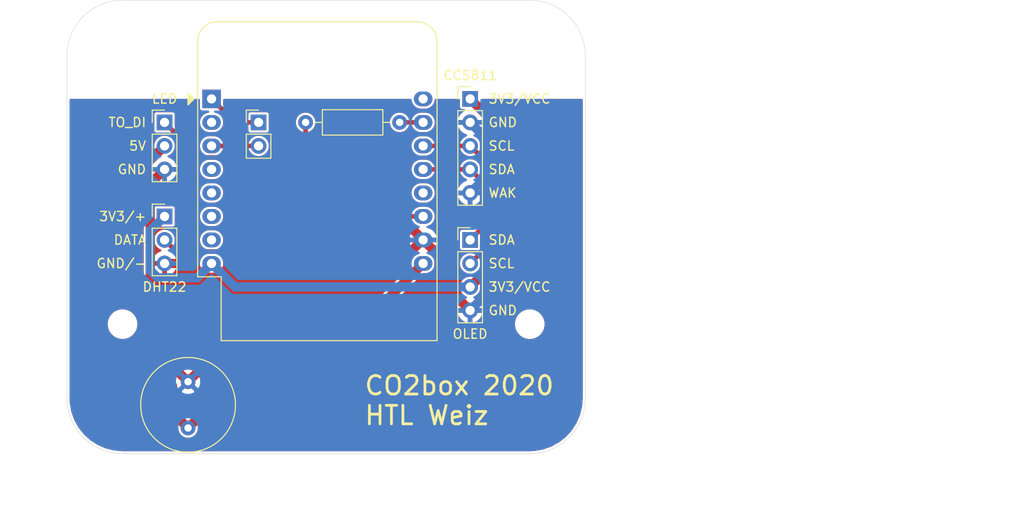
<source format=kicad_pcb>
(kicad_pcb (version 20171130) (host pcbnew 5.1.8)

  (general
    (thickness 1.6)
    (drawings 46)
    (tracks 69)
    (zones 0)
    (modules 12)
    (nets 11)
  )

  (page A4)
  (title_block
    (title CO2box)
    (date 2020-11-27)
    (rev v0)
    (company "Christoph B. Wurzinger")
  )

  (layers
    (0 F.Cu signal)
    (31 B.Cu signal)
    (32 B.Adhes user)
    (33 F.Adhes user)
    (34 B.Paste user)
    (35 F.Paste user)
    (36 B.SilkS user)
    (37 F.SilkS user)
    (38 B.Mask user)
    (39 F.Mask user hide)
    (40 Dwgs.User user)
    (41 Cmts.User user)
    (42 Eco1.User user)
    (43 Eco2.User user)
    (44 Edge.Cuts user)
    (45 Margin user)
    (46 B.CrtYd user)
    (47 F.CrtYd user)
    (48 B.Fab user)
    (49 F.Fab user hide)
  )

  (setup
    (last_trace_width 0.25)
    (user_trace_width 0.5)
    (user_trace_width 1)
    (trace_clearance 0.2)
    (zone_clearance 0.25)
    (zone_45_only no)
    (trace_min 0.2)
    (via_size 0.8)
    (via_drill 0.4)
    (via_min_size 0.4)
    (via_min_drill 0.3)
    (uvia_size 0.3)
    (uvia_drill 0.1)
    (uvias_allowed no)
    (uvia_min_size 0.2)
    (uvia_min_drill 0.1)
    (edge_width 0.05)
    (segment_width 0.2)
    (pcb_text_width 0.3)
    (pcb_text_size 1.5 1.5)
    (mod_edge_width 0.12)
    (mod_text_size 1 1)
    (mod_text_width 0.15)
    (pad_size 1.524 1.524)
    (pad_drill 0.762)
    (pad_to_mask_clearance 0)
    (aux_axis_origin 0 0)
    (visible_elements FFFFFF7F)
    (pcbplotparams
      (layerselection 0x010fc_ffffffff)
      (usegerberextensions false)
      (usegerberattributes true)
      (usegerberadvancedattributes true)
      (creategerberjobfile true)
      (excludeedgelayer true)
      (linewidth 0.100000)
      (plotframeref false)
      (viasonmask false)
      (mode 1)
      (useauxorigin false)
      (hpglpennumber 1)
      (hpglpenspeed 20)
      (hpglpendiameter 15.000000)
      (psnegative false)
      (psa4output false)
      (plotreference true)
      (plotvalue false)
      (plotinvisibletext false)
      (padsonsilk true)
      (subtractmaskfromsilk false)
      (outputformat 1)
      (mirror false)
      (drillshape 0)
      (scaleselection 1)
      (outputdirectory "plots/"))
  )

  (net 0 "")
  (net 1 GND)
  (net 2 SCL)
  (net 3 SDA)
  (net 4 +3V3)
  (net 5 +5V)
  (net 6 "Net-(J1-Pad2)")
  (net 7 "Net-(J1-Pad1)")
  (net 8 DHT)
  (net 9 TO_DI)
  (net 10 "Net-(R1-Pad2)")

  (net_class Default "This is the default net class."
    (clearance 0.2)
    (trace_width 0.25)
    (via_dia 0.8)
    (via_drill 0.4)
    (uvia_dia 0.3)
    (uvia_drill 0.1)
    (add_net +3V3)
    (add_net +5V)
    (add_net DHT)
    (add_net GND)
    (add_net "Net-(J1-Pad1)")
    (add_net "Net-(J1-Pad2)")
    (add_net "Net-(R1-Pad2)")
    (add_net "Net-(U1-Pad12)")
    (add_net "Net-(U1-Pad16)")
    (add_net "Net-(U1-Pad2)")
    (add_net "Net-(U1-Pad4)")
    (add_net "Net-(U1-Pad5)")
    (add_net "Net-(U1-Pad6)")
    (add_net "Net-(U1-Pad7)")
    (add_net SCL)
    (add_net SDA)
    (add_net TO_DI)
  )

  (module Resistor_THT:R_Axial_DIN0207_L6.3mm_D2.5mm_P10.16mm_Horizontal (layer F.Cu) (tedit 5AE5139B) (tstamp 5FBFB8EF)
    (at 144.78 76.2)
    (descr "Resistor, Axial_DIN0207 series, Axial, Horizontal, pin pitch=10.16mm, 0.25W = 1/4W, length*diameter=6.3*2.5mm^2, http://cdn-reichelt.de/documents/datenblatt/B400/1_4W%23YAG.pdf")
    (tags "Resistor Axial_DIN0207 series Axial Horizontal pin pitch 10.16mm 0.25W = 1/4W length 6.3mm diameter 2.5mm")
    (path /5FBF07C9)
    (fp_text reference R1 (at 5.08 -2.37) (layer F.SilkS) hide
      (effects (font (size 1 1) (thickness 0.15)))
    )
    (fp_text value 470 (at 5.08 2.37) (layer F.Fab)
      (effects (font (size 1 1) (thickness 0.15)))
    )
    (fp_line (start 1.93 -1.25) (end 1.93 1.25) (layer F.Fab) (width 0.1))
    (fp_line (start 1.93 1.25) (end 8.23 1.25) (layer F.Fab) (width 0.1))
    (fp_line (start 8.23 1.25) (end 8.23 -1.25) (layer F.Fab) (width 0.1))
    (fp_line (start 8.23 -1.25) (end 1.93 -1.25) (layer F.Fab) (width 0.1))
    (fp_line (start 0 0) (end 1.93 0) (layer F.Fab) (width 0.1))
    (fp_line (start 10.16 0) (end 8.23 0) (layer F.Fab) (width 0.1))
    (fp_line (start 1.81 -1.37) (end 1.81 1.37) (layer F.SilkS) (width 0.12))
    (fp_line (start 1.81 1.37) (end 8.35 1.37) (layer F.SilkS) (width 0.12))
    (fp_line (start 8.35 1.37) (end 8.35 -1.37) (layer F.SilkS) (width 0.12))
    (fp_line (start 8.35 -1.37) (end 1.81 -1.37) (layer F.SilkS) (width 0.12))
    (fp_line (start 1.04 0) (end 1.81 0) (layer F.SilkS) (width 0.12))
    (fp_line (start 9.12 0) (end 8.35 0) (layer F.SilkS) (width 0.12))
    (fp_line (start -1.05 -1.5) (end -1.05 1.5) (layer F.CrtYd) (width 0.05))
    (fp_line (start -1.05 1.5) (end 11.21 1.5) (layer F.CrtYd) (width 0.05))
    (fp_line (start 11.21 1.5) (end 11.21 -1.5) (layer F.CrtYd) (width 0.05))
    (fp_line (start 11.21 -1.5) (end -1.05 -1.5) (layer F.CrtYd) (width 0.05))
    (fp_text user %R (at 5.08 0) (layer F.Fab)
      (effects (font (size 1 1) (thickness 0.15)))
    )
    (pad 2 thru_hole oval (at 10.16 0) (size 1.6 1.6) (drill 0.8) (layers *.Cu *.Mask)
      (net 10 "Net-(R1-Pad2)"))
    (pad 1 thru_hole circle (at 0 0) (size 1.6 1.6) (drill 0.8) (layers *.Cu *.Mask)
      (net 9 TO_DI))
    (model ${KISYS3DMOD}/Resistor_THT.3dshapes/R_Axial_DIN0207_L6.3mm_D2.5mm_P10.16mm_Horizontal.wrl
      (at (xyz 0 0 0))
      (scale (xyz 1 1 1))
      (rotate (xyz 0 0 0))
    )
  )

  (module Capacitor_THT:C_Radial_D10.0mm_H12.5mm_P5.00mm (layer F.Cu) (tedit 5BC5C9BA) (tstamp 5FBFB7C0)
    (at 132.08 109.22 90)
    (descr "C, Radial series, Radial, pin pitch=5.00mm, diameter=10mm, height=12.5mm, Non-Polar Electrolytic Capacitor")
    (tags "C Radial series Radial pin pitch 5.00mm diameter 10mm height 12.5mm Non-Polar Electrolytic Capacitor")
    (path /5FBF4B67)
    (fp_text reference C1 (at 2.5 -6.25 90) (layer F.SilkS) hide
      (effects (font (size 1 1) (thickness 0.15)))
    )
    (fp_text value 1000u (at 2.5 6.25 90) (layer F.Fab)
      (effects (font (size 1 1) (thickness 0.15)))
    )
    (fp_circle (center 2.5 0) (end 7.5 0) (layer F.Fab) (width 0.1))
    (fp_circle (center 2.5 0) (end 7.62 0) (layer F.SilkS) (width 0.12))
    (fp_circle (center 2.5 0) (end 7.75 0) (layer F.CrtYd) (width 0.05))
    (fp_text user %R (at 2.5 0 90) (layer F.Fab)
      (effects (font (size 1 1) (thickness 0.15)))
    )
    (pad 2 thru_hole circle (at 5 0 90) (size 1.6 1.6) (drill 0.8) (layers *.Cu *.Mask)
      (net 1 GND))
    (pad 1 thru_hole circle (at 0 0 90) (size 1.6 1.6) (drill 0.8) (layers *.Cu *.Mask)
      (net 5 +5V))
    (model ${KISYS3DMOD}/Capacitor_THT.3dshapes/C_Radial_D10.0mm_H12.5mm_P5.00mm.wrl
      (at (xyz 0 0 0))
      (scale (xyz 1 1 1))
      (rotate (xyz 0 0 0))
    )
  )

  (module MountingHole:MountingHole_2.7mm_M2.5 (layer F.Cu) (tedit 56D1B4CB) (tstamp 5F928767)
    (at 169 69)
    (descr "Mounting Hole 2.7mm, no annular, M2.5")
    (tags "mounting hole 2.7mm no annular m2.5")
    (path /5F98FA6A)
    (attr virtual)
    (fp_text reference H4 (at 0 -3.7) (layer F.SilkS) hide
      (effects (font (size 1 1) (thickness 0.15)))
    )
    (fp_text value MountingHole (at 0 3.7) (layer F.Fab)
      (effects (font (size 1 1) (thickness 0.15)))
    )
    (fp_circle (center 0 0) (end 2.7 0) (layer Cmts.User) (width 0.15))
    (fp_circle (center 0 0) (end 2.95 0) (layer F.CrtYd) (width 0.05))
    (fp_text user %R (at 0.3 0) (layer F.Fab)
      (effects (font (size 1 1) (thickness 0.15)))
    )
    (pad 1 np_thru_hole circle (at 0 0) (size 2.7 2.7) (drill 2.7) (layers *.Cu *.Mask))
  )

  (module MountingHole:MountingHole_2.7mm_M2.5 (layer F.Cu) (tedit 56D1B4CB) (tstamp 5F92875F)
    (at 125 69)
    (descr "Mounting Hole 2.7mm, no annular, M2.5")
    (tags "mounting hole 2.7mm no annular m2.5")
    (path /5F98F70A)
    (attr virtual)
    (fp_text reference H3 (at 0 -3.7) (layer F.SilkS) hide
      (effects (font (size 1 1) (thickness 0.15)))
    )
    (fp_text value MountingHole (at 0 3.7) (layer F.Fab)
      (effects (font (size 1 1) (thickness 0.15)))
    )
    (fp_circle (center 0 0) (end 2.7 0) (layer Cmts.User) (width 0.15))
    (fp_circle (center 0 0) (end 2.95 0) (layer F.CrtYd) (width 0.05))
    (fp_text user %R (at 0.3 0) (layer F.Fab)
      (effects (font (size 1 1) (thickness 0.15)))
    )
    (pad 1 np_thru_hole circle (at 0 0) (size 2.7 2.7) (drill 2.7) (layers *.Cu *.Mask))
  )

  (module MountingHole:MountingHole_2.7mm_M2.5 (layer F.Cu) (tedit 56D1B4CB) (tstamp 5F928757)
    (at 169 98)
    (descr "Mounting Hole 2.7mm, no annular, M2.5")
    (tags "mounting hole 2.7mm no annular m2.5")
    (path /5F98F425)
    (attr virtual)
    (fp_text reference H2 (at 0 -3.7) (layer F.SilkS) hide
      (effects (font (size 1 1) (thickness 0.15)))
    )
    (fp_text value MountingHole (at 0 3.7) (layer F.Fab)
      (effects (font (size 1 1) (thickness 0.15)))
    )
    (fp_circle (center 0 0) (end 2.7 0) (layer Cmts.User) (width 0.15))
    (fp_circle (center 0 0) (end 2.95 0) (layer F.CrtYd) (width 0.05))
    (fp_text user %R (at 0.3 0) (layer F.Fab)
      (effects (font (size 1 1) (thickness 0.15)))
    )
    (pad 1 np_thru_hole circle (at 0 0) (size 2.7 2.7) (drill 2.7) (layers *.Cu *.Mask))
  )

  (module MountingHole:MountingHole_2.7mm_M2.5 (layer F.Cu) (tedit 56D1B4CB) (tstamp 5F92874F)
    (at 125 98)
    (descr "Mounting Hole 2.7mm, no annular, M2.5")
    (tags "mounting hole 2.7mm no annular m2.5")
    (path /5F98DBB4)
    (attr virtual)
    (fp_text reference H1 (at 0 -3.7) (layer F.SilkS) hide
      (effects (font (size 1 1) (thickness 0.15)))
    )
    (fp_text value MountingHole (at 0 3.7) (layer F.Fab)
      (effects (font (size 1 1) (thickness 0.15)))
    )
    (fp_circle (center 0 0) (end 2.7 0) (layer Cmts.User) (width 0.15))
    (fp_circle (center 0 0) (end 2.95 0) (layer F.CrtYd) (width 0.05))
    (fp_text user %R (at 0.3 0) (layer F.Fab)
      (effects (font (size 1 1) (thickness 0.15)))
    )
    (pad 1 np_thru_hole circle (at 0 0) (size 2.7 2.7) (drill 2.7) (layers *.Cu *.Mask))
  )

  (module Connector_PinHeader_2.54mm:PinHeader_1x03_P2.54mm_Vertical (layer F.Cu) (tedit 59FED5CC) (tstamp 5F926BB8)
    (at 129.54 76.2)
    (descr "Through hole straight pin header, 1x03, 2.54mm pitch, single row")
    (tags "Through hole pin header THT 1x03 2.54mm single row")
    (path /5F92D7EE)
    (fp_text reference J_WS2812B_1 (at 0 -2.33) (layer F.SilkS) hide
      (effects (font (size 1 1) (thickness 0.15)))
    )
    (fp_text value Conn_01x03 (at 0 7.41) (layer F.Fab)
      (effects (font (size 1 1) (thickness 0.15)))
    )
    (fp_line (start -0.635 -1.27) (end 1.27 -1.27) (layer F.Fab) (width 0.1))
    (fp_line (start 1.27 -1.27) (end 1.27 6.35) (layer F.Fab) (width 0.1))
    (fp_line (start 1.27 6.35) (end -1.27 6.35) (layer F.Fab) (width 0.1))
    (fp_line (start -1.27 6.35) (end -1.27 -0.635) (layer F.Fab) (width 0.1))
    (fp_line (start -1.27 -0.635) (end -0.635 -1.27) (layer F.Fab) (width 0.1))
    (fp_line (start -1.33 6.41) (end 1.33 6.41) (layer F.SilkS) (width 0.12))
    (fp_line (start -1.33 1.27) (end -1.33 6.41) (layer F.SilkS) (width 0.12))
    (fp_line (start 1.33 1.27) (end 1.33 6.41) (layer F.SilkS) (width 0.12))
    (fp_line (start -1.33 1.27) (end 1.33 1.27) (layer F.SilkS) (width 0.12))
    (fp_line (start -1.33 0) (end -1.33 -1.33) (layer F.SilkS) (width 0.12))
    (fp_line (start -1.33 -1.33) (end 0 -1.33) (layer F.SilkS) (width 0.12))
    (fp_line (start -1.8 -1.8) (end -1.8 6.85) (layer F.CrtYd) (width 0.05))
    (fp_line (start -1.8 6.85) (end 1.8 6.85) (layer F.CrtYd) (width 0.05))
    (fp_line (start 1.8 6.85) (end 1.8 -1.8) (layer F.CrtYd) (width 0.05))
    (fp_line (start 1.8 -1.8) (end -1.8 -1.8) (layer F.CrtYd) (width 0.05))
    (fp_text user %R (at 0 2.54 90) (layer F.Fab)
      (effects (font (size 1 1) (thickness 0.15)))
    )
    (pad 3 thru_hole oval (at 0 5.08) (size 1.7 1.7) (drill 1) (layers *.Cu *.Mask)
      (net 1 GND))
    (pad 2 thru_hole oval (at 0 2.54) (size 1.7 1.7) (drill 1) (layers *.Cu *.Mask)
      (net 5 +5V))
    (pad 1 thru_hole rect (at 0 0) (size 1.7 1.7) (drill 1) (layers *.Cu *.Mask)
      (net 9 TO_DI))
    (model ${KISYS3DMOD}/Connector_PinHeader_2.54mm.3dshapes/PinHeader_1x03_P2.54mm_Vertical.wrl
      (at (xyz 0 0 0))
      (scale (xyz 1 1 1))
      (rotate (xyz 0 0 0))
    )
  )

  (module Connector_PinHeader_2.54mm:PinHeader_1x04_P2.54mm_Vertical (layer F.Cu) (tedit 59FED5CC) (tstamp 5F926D4F)
    (at 162.56 88.9)
    (descr "Through hole straight pin header, 1x04, 2.54mm pitch, single row")
    (tags "Through hole pin header THT 1x04 2.54mm single row")
    (path /5F93F409)
    (fp_text reference J_OLED_1 (at 0 -2.33) (layer F.SilkS) hide
      (effects (font (size 1 1) (thickness 0.15)))
    )
    (fp_text value Conn_01x04 (at 0 9.95) (layer F.Fab)
      (effects (font (size 1 1) (thickness 0.15)))
    )
    (fp_line (start -0.635 -1.27) (end 1.27 -1.27) (layer F.Fab) (width 0.1))
    (fp_line (start 1.27 -1.27) (end 1.27 8.89) (layer F.Fab) (width 0.1))
    (fp_line (start 1.27 8.89) (end -1.27 8.89) (layer F.Fab) (width 0.1))
    (fp_line (start -1.27 8.89) (end -1.27 -0.635) (layer F.Fab) (width 0.1))
    (fp_line (start -1.27 -0.635) (end -0.635 -1.27) (layer F.Fab) (width 0.1))
    (fp_line (start -1.33 8.95) (end 1.33 8.95) (layer F.SilkS) (width 0.12))
    (fp_line (start -1.33 1.27) (end -1.33 8.95) (layer F.SilkS) (width 0.12))
    (fp_line (start 1.33 1.27) (end 1.33 8.95) (layer F.SilkS) (width 0.12))
    (fp_line (start -1.33 1.27) (end 1.33 1.27) (layer F.SilkS) (width 0.12))
    (fp_line (start -1.33 0) (end -1.33 -1.33) (layer F.SilkS) (width 0.12))
    (fp_line (start -1.33 -1.33) (end 0 -1.33) (layer F.SilkS) (width 0.12))
    (fp_line (start -1.8 -1.8) (end -1.8 9.4) (layer F.CrtYd) (width 0.05))
    (fp_line (start -1.8 9.4) (end 1.8 9.4) (layer F.CrtYd) (width 0.05))
    (fp_line (start 1.8 9.4) (end 1.8 -1.8) (layer F.CrtYd) (width 0.05))
    (fp_line (start 1.8 -1.8) (end -1.8 -1.8) (layer F.CrtYd) (width 0.05))
    (fp_text user %R (at 0 3.81 90) (layer F.Fab)
      (effects (font (size 1 1) (thickness 0.15)))
    )
    (pad 4 thru_hole oval (at 0 7.62) (size 1.7 1.7) (drill 1) (layers *.Cu *.Mask)
      (net 1 GND))
    (pad 3 thru_hole oval (at 0 5.08) (size 1.7 1.7) (drill 1) (layers *.Cu *.Mask)
      (net 4 +3V3))
    (pad 2 thru_hole oval (at 0 2.54) (size 1.7 1.7) (drill 1) (layers *.Cu *.Mask)
      (net 2 SCL))
    (pad 1 thru_hole rect (at 0 0) (size 1.7 1.7) (drill 1) (layers *.Cu *.Mask)
      (net 3 SDA))
    (model ${KISYS3DMOD}/Connector_PinHeader_2.54mm.3dshapes/PinHeader_1x04_P2.54mm_Vertical.wrl
      (at (xyz 0 0 0))
      (scale (xyz 1 1 1))
      (rotate (xyz 0 0 0))
    )
  )

  (module Connector_PinHeader_2.54mm:PinHeader_1x03_P2.54mm_Vertical (layer F.Cu) (tedit 59FED5CC) (tstamp 5F926B89)
    (at 129.54 86.36)
    (descr "Through hole straight pin header, 1x03, 2.54mm pitch, single row")
    (tags "Through hole pin header THT 1x03 2.54mm single row")
    (path /5F92F90E)
    (fp_text reference J_DHT22 (at 0 -2.33) (layer F.SilkS) hide
      (effects (font (size 1 1) (thickness 0.15)))
    )
    (fp_text value Conn_01x03 (at 0 7.41) (layer F.Fab)
      (effects (font (size 1 1) (thickness 0.15)))
    )
    (fp_line (start -0.635 -1.27) (end 1.27 -1.27) (layer F.Fab) (width 0.1))
    (fp_line (start 1.27 -1.27) (end 1.27 6.35) (layer F.Fab) (width 0.1))
    (fp_line (start 1.27 6.35) (end -1.27 6.35) (layer F.Fab) (width 0.1))
    (fp_line (start -1.27 6.35) (end -1.27 -0.635) (layer F.Fab) (width 0.1))
    (fp_line (start -1.27 -0.635) (end -0.635 -1.27) (layer F.Fab) (width 0.1))
    (fp_line (start -1.33 6.41) (end 1.33 6.41) (layer F.SilkS) (width 0.12))
    (fp_line (start -1.33 1.27) (end -1.33 6.41) (layer F.SilkS) (width 0.12))
    (fp_line (start 1.33 1.27) (end 1.33 6.41) (layer F.SilkS) (width 0.12))
    (fp_line (start -1.33 1.27) (end 1.33 1.27) (layer F.SilkS) (width 0.12))
    (fp_line (start -1.33 0) (end -1.33 -1.33) (layer F.SilkS) (width 0.12))
    (fp_line (start -1.33 -1.33) (end 0 -1.33) (layer F.SilkS) (width 0.12))
    (fp_line (start -1.8 -1.8) (end -1.8 6.85) (layer F.CrtYd) (width 0.05))
    (fp_line (start -1.8 6.85) (end 1.8 6.85) (layer F.CrtYd) (width 0.05))
    (fp_line (start 1.8 6.85) (end 1.8 -1.8) (layer F.CrtYd) (width 0.05))
    (fp_line (start 1.8 -1.8) (end -1.8 -1.8) (layer F.CrtYd) (width 0.05))
    (fp_text user %R (at 0 2.54 90) (layer F.Fab)
      (effects (font (size 1 1) (thickness 0.15)))
    )
    (pad 3 thru_hole oval (at 0 5.08) (size 1.7 1.7) (drill 1) (layers *.Cu *.Mask)
      (net 1 GND))
    (pad 2 thru_hole oval (at 0 2.54) (size 1.7 1.7) (drill 1) (layers *.Cu *.Mask)
      (net 8 DHT))
    (pad 1 thru_hole rect (at 0 0) (size 1.7 1.7) (drill 1) (layers *.Cu *.Mask)
      (net 4 +3V3))
    (model ${KISYS3DMOD}/Connector_PinHeader_2.54mm.3dshapes/PinHeader_1x03_P2.54mm_Vertical.wrl
      (at (xyz 0 0 0))
      (scale (xyz 1 1 1))
      (rotate (xyz 0 0 0))
    )
  )

  (module Connector_PinHeader_2.54mm:PinHeader_1x02_P2.54mm_Vertical (layer F.Cu) (tedit 59FED5CC) (tstamp 5F926B42)
    (at 139.7 76.2)
    (descr "Through hole straight pin header, 1x02, 2.54mm pitch, single row")
    (tags "Through hole pin header THT 1x02 2.54mm single row")
    (path /5F958F56)
    (fp_text reference J1 (at 0 -2.33) (layer F.SilkS) hide
      (effects (font (size 1 1) (thickness 0.15)))
    )
    (fp_text value Conn_01x02 (at 0 4.87) (layer F.Fab)
      (effects (font (size 1 1) (thickness 0.15)))
    )
    (fp_line (start -0.635 -1.27) (end 1.27 -1.27) (layer F.Fab) (width 0.1))
    (fp_line (start 1.27 -1.27) (end 1.27 3.81) (layer F.Fab) (width 0.1))
    (fp_line (start 1.27 3.81) (end -1.27 3.81) (layer F.Fab) (width 0.1))
    (fp_line (start -1.27 3.81) (end -1.27 -0.635) (layer F.Fab) (width 0.1))
    (fp_line (start -1.27 -0.635) (end -0.635 -1.27) (layer F.Fab) (width 0.1))
    (fp_line (start -1.33 3.87) (end 1.33 3.87) (layer F.SilkS) (width 0.12))
    (fp_line (start -1.33 1.27) (end -1.33 3.87) (layer F.SilkS) (width 0.12))
    (fp_line (start 1.33 1.27) (end 1.33 3.87) (layer F.SilkS) (width 0.12))
    (fp_line (start -1.33 1.27) (end 1.33 1.27) (layer F.SilkS) (width 0.12))
    (fp_line (start -1.33 0) (end -1.33 -1.33) (layer F.SilkS) (width 0.12))
    (fp_line (start -1.33 -1.33) (end 0 -1.33) (layer F.SilkS) (width 0.12))
    (fp_line (start -1.8 -1.8) (end -1.8 4.35) (layer F.CrtYd) (width 0.05))
    (fp_line (start -1.8 4.35) (end 1.8 4.35) (layer F.CrtYd) (width 0.05))
    (fp_line (start 1.8 4.35) (end 1.8 -1.8) (layer F.CrtYd) (width 0.05))
    (fp_line (start 1.8 -1.8) (end -1.8 -1.8) (layer F.CrtYd) (width 0.05))
    (fp_text user %R (at 0 1.27 90) (layer F.Fab)
      (effects (font (size 1 1) (thickness 0.15)))
    )
    (pad 2 thru_hole oval (at 0 2.54) (size 1.7 1.7) (drill 1) (layers *.Cu *.Mask)
      (net 6 "Net-(J1-Pad2)"))
    (pad 1 thru_hole rect (at 0 0) (size 1.7 1.7) (drill 1) (layers *.Cu *.Mask)
      (net 7 "Net-(J1-Pad1)"))
    (model ${KISYS3DMOD}/Connector_PinHeader_2.54mm.3dshapes/PinHeader_1x02_P2.54mm_Vertical.wrl
      (at (xyz 0 0 0))
      (scale (xyz 1 1 1))
      (rotate (xyz 0 0 0))
    )
  )

  (module Connector_PinHeader_2.54mm:PinHeader_1x05_P2.54mm_Vertical (layer F.Cu) (tedit 59FED5CC) (tstamp 5FBED025)
    (at 162.56 73.66)
    (descr "Through hole straight pin header, 1x05, 2.54mm pitch, single row")
    (tags "Through hole pin header THT 1x05 2.54mm single row")
    (path /5F9238C7)
    (fp_text reference J_CCS811 (at 0 -2.33) (layer F.SilkS) hide
      (effects (font (size 1 1) (thickness 0.15)))
    )
    (fp_text value Conn_01x05 (at 0 12.49) (layer F.Fab)
      (effects (font (size 1 1) (thickness 0.15)))
    )
    (fp_line (start -0.635 -1.27) (end 1.27 -1.27) (layer F.Fab) (width 0.1))
    (fp_line (start 1.27 -1.27) (end 1.27 11.43) (layer F.Fab) (width 0.1))
    (fp_line (start 1.27 11.43) (end -1.27 11.43) (layer F.Fab) (width 0.1))
    (fp_line (start -1.27 11.43) (end -1.27 -0.635) (layer F.Fab) (width 0.1))
    (fp_line (start -1.27 -0.635) (end -0.635 -1.27) (layer F.Fab) (width 0.1))
    (fp_line (start -1.33 11.49) (end 1.33 11.49) (layer F.SilkS) (width 0.12))
    (fp_line (start -1.33 1.27) (end -1.33 11.49) (layer F.SilkS) (width 0.12))
    (fp_line (start 1.33 1.27) (end 1.33 11.49) (layer F.SilkS) (width 0.12))
    (fp_line (start -1.33 1.27) (end 1.33 1.27) (layer F.SilkS) (width 0.12))
    (fp_line (start -1.33 0) (end -1.33 -1.33) (layer F.SilkS) (width 0.12))
    (fp_line (start -1.33 -1.33) (end 0 -1.33) (layer F.SilkS) (width 0.12))
    (fp_line (start -1.8 -1.8) (end -1.8 11.95) (layer F.CrtYd) (width 0.05))
    (fp_line (start -1.8 11.95) (end 1.8 11.95) (layer F.CrtYd) (width 0.05))
    (fp_line (start 1.8 11.95) (end 1.8 -1.8) (layer F.CrtYd) (width 0.05))
    (fp_line (start 1.8 -1.8) (end -1.8 -1.8) (layer F.CrtYd) (width 0.05))
    (fp_text user %R (at 0 5.08 90) (layer F.Fab)
      (effects (font (size 1 1) (thickness 0.15)))
    )
    (pad 5 thru_hole oval (at 0 10.16) (size 1.7 1.7) (drill 1) (layers *.Cu *.Mask)
      (net 1 GND))
    (pad 4 thru_hole oval (at 0 7.62) (size 1.7 1.7) (drill 1) (layers *.Cu *.Mask)
      (net 3 SDA))
    (pad 3 thru_hole oval (at 0 5.08) (size 1.7 1.7) (drill 1) (layers *.Cu *.Mask)
      (net 2 SCL))
    (pad 2 thru_hole oval (at 0 2.54) (size 1.7 1.7) (drill 1) (layers *.Cu *.Mask)
      (net 1 GND))
    (pad 1 thru_hole rect (at 0 0) (size 1.7 1.7) (drill 1) (layers *.Cu *.Mask)
      (net 4 +3V3))
    (model ${KISYS3DMOD}/Connector_PinHeader_2.54mm.3dshapes/PinHeader_1x05_P2.54mm_Vertical.wrl
      (at (xyz 0 0 0))
      (scale (xyz 1 1 1))
      (rotate (xyz 0 0 0))
    )
  )

  (module Module:WEMOS_D1_mini_light (layer F.Cu) (tedit 5BBFB1CE) (tstamp 5FBECE91)
    (at 134.62 73.66)
    (descr "16-pin module, column spacing 22.86 mm (900 mils), https://wiki.wemos.cc/products:d1:d1_mini, https://c1.staticflickr.com/1/734/31400410271_f278b087db_z.jpg")
    (tags "ESP8266 WiFi microcontroller")
    (path /5F920133)
    (fp_text reference U1 (at 13.49 10.81) (layer F.SilkS) hide
      (effects (font (size 1 1) (thickness 0.15)))
    )
    (fp_text value WeMos_D1_mini (at 11.7 0) (layer F.Fab)
      (effects (font (size 1 1) (thickness 0.15)))
    )
    (fp_line (start 1.04 26.12) (end 24.36 26.12) (layer F.SilkS) (width 0.12))
    (fp_line (start -1.5 19.22) (end -1.5 -6.21) (layer F.SilkS) (width 0.12))
    (fp_line (start 24.36 26.12) (end 24.36 -6.21) (layer F.SilkS) (width 0.12))
    (fp_line (start 22.24 -8.34) (end 0.63 -8.34) (layer F.SilkS) (width 0.12))
    (fp_line (start 1.17 25.99) (end 24.23 25.99) (layer F.Fab) (width 0.1))
    (fp_line (start 24.23 25.99) (end 24.23 -6.21) (layer F.Fab) (width 0.1))
    (fp_line (start 22.23 -8.21) (end 0.63 -8.21) (layer F.Fab) (width 0.1))
    (fp_line (start -1.37 1) (end -1.37 19.09) (layer F.Fab) (width 0.1))
    (fp_line (start -1.62 -8.46) (end 24.48 -8.46) (layer F.CrtYd) (width 0.05))
    (fp_line (start 24.48 -8.41) (end 24.48 26.24) (layer F.CrtYd) (width 0.05))
    (fp_line (start 24.48 26.24) (end -1.62 26.24) (layer F.CrtYd) (width 0.05))
    (fp_line (start -1.62 26.24) (end -1.62 -8.46) (layer F.CrtYd) (width 0.05))
    (fp_poly (pts (xy -2.54 -0.635) (xy -2.54 0.635) (xy -1.905 0)) (layer F.SilkS) (width 0.15))
    (fp_line (start -1.35 -1.4) (end 24.25 -1.4) (layer Dwgs.User) (width 0.1))
    (fp_line (start 24.25 -1.4) (end 24.25 -8.2) (layer Dwgs.User) (width 0.1))
    (fp_line (start 24.25 -8.2) (end -1.35 -8.2) (layer Dwgs.User) (width 0.1))
    (fp_line (start -1.35 -8.2) (end -1.35 -1.4) (layer Dwgs.User) (width 0.1))
    (fp_line (start -1.35 -1.4) (end 5.45 -8.2) (layer Dwgs.User) (width 0.1))
    (fp_line (start 0.65 -1.4) (end 7.45 -8.2) (layer Dwgs.User) (width 0.1))
    (fp_line (start 2.65 -1.4) (end 9.45 -8.2) (layer Dwgs.User) (width 0.1))
    (fp_line (start 4.65 -1.4) (end 11.45 -8.2) (layer Dwgs.User) (width 0.1))
    (fp_line (start 6.65 -1.4) (end 13.45 -8.2) (layer Dwgs.User) (width 0.1))
    (fp_line (start 8.65 -1.4) (end 15.45 -8.2) (layer Dwgs.User) (width 0.1))
    (fp_line (start 10.65 -1.4) (end 17.45 -8.2) (layer Dwgs.User) (width 0.1))
    (fp_line (start 12.65 -1.4) (end 19.45 -8.2) (layer Dwgs.User) (width 0.1))
    (fp_line (start 14.65 -1.4) (end 21.45 -8.2) (layer Dwgs.User) (width 0.1))
    (fp_line (start 16.65 -1.4) (end 23.45 -8.2) (layer Dwgs.User) (width 0.1))
    (fp_line (start 18.65 -1.4) (end 24.25 -7) (layer Dwgs.User) (width 0.1))
    (fp_line (start 20.65 -1.4) (end 24.25 -5) (layer Dwgs.User) (width 0.1))
    (fp_line (start 22.65 -1.4) (end 24.25 -3) (layer Dwgs.User) (width 0.1))
    (fp_line (start -1.35 -3.4) (end 3.45 -8.2) (layer Dwgs.User) (width 0.1))
    (fp_line (start -1.3 -5.45) (end 1.45 -8.2) (layer Dwgs.User) (width 0.1))
    (fp_line (start -1.35 -7.4) (end -0.55 -8.2) (layer Dwgs.User) (width 0.1))
    (fp_line (start -1.37 19.09) (end 1.17 19.09) (layer F.Fab) (width 0.1))
    (fp_line (start 1.17 19.09) (end 1.17 25.99) (layer F.Fab) (width 0.1))
    (fp_line (start -1.37 -6.21) (end -1.37 -1) (layer F.Fab) (width 0.1))
    (fp_line (start -1.37 1) (end -0.37 0) (layer F.Fab) (width 0.1))
    (fp_line (start -0.37 0) (end -1.37 -1) (layer F.Fab) (width 0.1))
    (fp_line (start -1.5 19.22) (end 1.04 19.22) (layer F.SilkS) (width 0.12))
    (fp_line (start 1.04 19.22) (end 1.04 26.12) (layer F.SilkS) (width 0.12))
    (fp_text user "No copper" (at 11.43 -3.81) (layer Cmts.User)
      (effects (font (size 1 1) (thickness 0.15)))
    )
    (fp_text user "KEEP OUT" (at 11.43 -6.35) (layer Cmts.User)
      (effects (font (size 1 1) (thickness 0.15)))
    )
    (fp_arc (start 22.23 -6.21) (end 24.36 -6.21) (angle -90) (layer F.SilkS) (width 0.12))
    (fp_arc (start 0.63 -6.21) (end 0.63 -8.34) (angle -90) (layer F.SilkS) (width 0.12))
    (fp_arc (start 22.23 -6.21) (end 24.23 -6.19) (angle -90) (layer F.Fab) (width 0.1))
    (fp_arc (start 0.63 -6.21) (end 0.63 -8.21) (angle -90) (layer F.Fab) (width 0.1))
    (fp_text user %R (at 11.43 10) (layer F.Fab)
      (effects (font (size 1 1) (thickness 0.15)))
    )
    (pad 16 thru_hole oval (at 22.86 0) (size 2 1.6) (drill 1) (layers *.Cu *.Mask))
    (pad 15 thru_hole oval (at 22.86 2.54) (size 2 1.6) (drill 1) (layers *.Cu *.Mask)
      (net 10 "Net-(R1-Pad2)"))
    (pad 14 thru_hole oval (at 22.86 5.08) (size 2 1.6) (drill 1) (layers *.Cu *.Mask)
      (net 2 SCL))
    (pad 13 thru_hole oval (at 22.86 7.62) (size 2 1.6) (drill 1) (layers *.Cu *.Mask)
      (net 3 SDA))
    (pad 12 thru_hole oval (at 22.86 10.16) (size 2 1.6) (drill 1) (layers *.Cu *.Mask))
    (pad 11 thru_hole oval (at 22.86 12.7) (size 2 1.6) (drill 1) (layers *.Cu *.Mask)
      (net 8 DHT))
    (pad 10 thru_hole oval (at 22.86 15.24) (size 2 1.6) (drill 1) (layers *.Cu *.Mask)
      (net 1 GND))
    (pad 9 thru_hole oval (at 22.86 17.78) (size 2 1.6) (drill 1) (layers *.Cu *.Mask)
      (net 5 +5V))
    (pad 8 thru_hole oval (at 0 17.78) (size 2 1.6) (drill 1) (layers *.Cu *.Mask)
      (net 4 +3V3))
    (pad 7 thru_hole oval (at 0 15.24) (size 2 1.6) (drill 1) (layers *.Cu *.Mask))
    (pad 6 thru_hole oval (at 0 12.7) (size 2 1.6) (drill 1) (layers *.Cu *.Mask))
    (pad 5 thru_hole oval (at 0 10.16) (size 2 1.6) (drill 1) (layers *.Cu *.Mask))
    (pad 4 thru_hole oval (at 0 7.62) (size 2 1.6) (drill 1) (layers *.Cu *.Mask))
    (pad 3 thru_hole oval (at 0 5.08) (size 2 1.6) (drill 1) (layers *.Cu *.Mask)
      (net 6 "Net-(J1-Pad2)"))
    (pad 1 thru_hole rect (at 0 0) (size 2 2) (drill 1) (layers *.Cu *.Mask)
      (net 7 "Net-(J1-Pad1)"))
    (pad 2 thru_hole oval (at 0 2.54) (size 2 1.6) (drill 1) (layers *.Cu *.Mask))
    (model ${KIPRJMOD}/wemos-d1-mini-kicad/3dshapes/wemos_d1_mini.3dshapes/d1_mini_shield.wrl
      (offset (xyz 24.2 -26.8 11.4))
      (scale (xyz 0.3937 0.3937 0.3937))
      (rotate (xyz 0 180 0))
    )
    (model ${KISYS3DMOD}/Connector_PinHeader_2.54mm.3dshapes/PinHeader_1x08_P2.54mm_Vertical.wrl
      (offset (xyz 0 0 9.5))
      (scale (xyz 1 1 1))
      (rotate (xyz 0 -180 0))
    )
    (model ${KISYS3DMOD}/Connector_PinHeader_2.54mm.3dshapes/PinHeader_1x08_P2.54mm_Vertical.wrl
      (offset (xyz 22.86 0 9.5))
      (scale (xyz 1 1 1))
      (rotate (xyz 0 -180 0))
    )
    (model ${KISYS3DMOD}/Connector_PinSocket_2.54mm.3dshapes/PinSocket_1x08_P2.54mm_Vertical.wrl
      (at (xyz 0 0 0))
      (scale (xyz 1 1 1))
      (rotate (xyz 0 0 0))
    )
    (model ${KISYS3DMOD}/Connector_PinSocket_2.54mm.3dshapes/PinSocket_1x08_P2.54mm_Vertical.wrl
      (offset (xyz 22.86 0 0))
      (scale (xyz 1 1 1))
      (rotate (xyz 0 0 0))
    )
  )

  (gr_line (start 153.5 84) (end 153.5 83.5) (layer F.Mask) (width 0.15))
  (gr_line (start 153 84) (end 153 83.5) (layer F.Mask) (width 0.15))
  (gr_line (start 153.25 84.5) (end 153.25 84) (layer F.Mask) (width 0.15))
  (gr_line (start 152 84.25) (end 152.25 84.25) (layer F.Mask) (width 0.15))
  (gr_line (start 152.25 83.75) (end 152 83.75) (layer F.Mask) (width 0.15))
  (gr_line (start 152.75 84) (end 152.5 84) (layer F.Mask) (width 0.15))
  (gr_line (start 153.25 82.75) (end 153.25 82.5) (layer F.Mask) (width 0.15))
  (gr_line (start 153.25 83.5) (end 153.25 83.25) (layer F.Mask) (width 0.15))
  (gr_line (start 152.75 83) (end 152.25 83) (layer F.Mask) (width 0.15))
  (gr_line (start 152.75 82.5) (end 152.75 84.5) (layer F.Mask) (width 0.15))
  (gr_line (start 151.75 83.5) (end 153.75 83.5) (layer F.Mask) (width 0.15))
  (gr_line (start 151.75 84.5) (end 151.75 82.5) (layer F.Mask) (width 0.15) (tstamp 5FBFD4F2))
  (gr_line (start 153.75 84.5) (end 151.75 84.5) (layer F.Mask) (width 0.15))
  (gr_line (start 153.75 82.5) (end 153.75 84.5) (layer F.Mask) (width 0.15))
  (gr_line (start 151.75 82.5) (end 153.75 82.5) (layer F.Mask) (width 0.15))
  (gr_text "PCB: wu@htlweiz.at" (at 136.5 83.5) (layer F.Mask) (tstamp 5FBFD426)
    (effects (font (size 1 1) (thickness 0.15)) (justify left))
  )
  (gr_text "CO2box 2020\nHTL Weiz" (at 151 106.25) (layer F.SilkS)
    (effects (font (size 2 2) (thickness 0.3)) (justify left))
  )
  (gr_arc (start 125 106) (end 119 106) (angle -90) (layer Edge.Cuts) (width 0.05))
  (gr_arc (start 125 69) (end 125 63) (angle -90) (layer Edge.Cuts) (width 0.05))
  (gr_arc (start 169 69) (end 175 69) (angle -90) (layer Edge.Cuts) (width 0.05))
  (gr_arc (start 169 106) (end 169 112) (angle -90) (layer Edge.Cuts) (width 0.05))
  (gr_text "M2.3 -> 2.7mm" (at 216 82) (layer Dwgs.User) (tstamp 5FBECC7C)
    (effects (font (size 1 1) (thickness 0.15)))
  )
  (gr_text "44x(87-29)/2\n44x29" (at 215 88) (layer Dwgs.User) (tstamp 5F928C71)
    (effects (font (size 1 1) (thickness 0.15)))
  )
  (gr_line (start 169 63) (end 125 63) (layer Edge.Cuts) (width 0.05) (tstamp 5F927D51))
  (gr_line (start 175 106) (end 175 69) (layer Edge.Cuts) (width 0.05) (tstamp 5F927D54))
  (gr_line (start 125 112) (end 169 112) (layer Edge.Cuts) (width 0.05) (tstamp 5F927D66))
  (gr_line (start 119 69) (end 119 106) (layer Edge.Cuts) (width 0.05))
  (gr_text WAK (at 164.465 83.82) (layer F.SilkS) (tstamp 5F927D60)
    (effects (font (size 1 1) (thickness 0.15)) (justify left))
  )
  (gr_text SDA (at 164.465 81.28) (layer F.SilkS) (tstamp 5F927D4E)
    (effects (font (size 1 1) (thickness 0.15)) (justify left))
  )
  (gr_text SCL (at 164.465 78.74) (layer F.SilkS) (tstamp 5F927DB4)
    (effects (font (size 1 1) (thickness 0.15)) (justify left))
  )
  (gr_text GND (at 164.465 76.2) (layer F.SilkS) (tstamp 5F927D5D)
    (effects (font (size 1 1) (thickness 0.15)) (justify left))
  )
  (gr_text 3V3/VCC (at 164.465 73.66) (layer F.SilkS) (tstamp 5F927D5A)
    (effects (font (size 1 1) (thickness 0.15)) (justify left))
  )
  (gr_text SDA (at 164.465 88.9) (layer F.SilkS) (tstamp 5F927677)
    (effects (font (size 1 1) (thickness 0.15)) (justify left))
  )
  (gr_text GND (at 164.465 96.52) (layer F.SilkS) (tstamp 5F927672)
    (effects (font (size 1 1) (thickness 0.15)) (justify left))
  )
  (gr_text 3V3/VCC (at 164.465 93.98) (layer F.SilkS) (tstamp 5F927670)
    (effects (font (size 1 1) (thickness 0.15)) (justify left))
  )
  (gr_text SCL (at 164.465 91.44) (layer F.SilkS) (tstamp 5F92766E)
    (effects (font (size 1 1) (thickness 0.15)) (justify left))
  )
  (gr_text OLED (at 162.56 99.06) (layer F.SilkS) (tstamp 5F929018)
    (effects (font (size 1 1) (thickness 0.15)))
  )
  (gr_text CCS811 (at 162.56 71.12) (layer F.SilkS) (tstamp 5F927DB1)
    (effects (font (size 1 1) (thickness 0.15)))
  )
  (gr_text GND/- (at 127.635 91.44) (layer F.SilkS) (tstamp 5F9275D3)
    (effects (font (size 1 1) (thickness 0.15)) (justify right))
  )
  (gr_text DATA (at 127.635 88.9) (layer F.SilkS) (tstamp 5F9275D0)
    (effects (font (size 1 1) (thickness 0.15)) (justify right))
  )
  (gr_text 3V3/+ (at 127.635 86.36) (layer F.SilkS) (tstamp 5FBEDA86)
    (effects (font (size 1 1) (thickness 0.15)) (justify right))
  )
  (gr_text DHT22 (at 129.54 93.98) (layer F.SilkS) (tstamp 5F9275AB)
    (effects (font (size 1 1) (thickness 0.15)))
  )
  (gr_text GND (at 127.635 81.28) (layer F.SilkS)
    (effects (font (size 1 1) (thickness 0.15)) (justify right))
  )
  (gr_text 5V (at 127.635 78.74) (layer F.SilkS)
    (effects (font (size 1 1) (thickness 0.15)) (justify right))
  )
  (gr_text TO_DI (at 127.635 76.2) (layer F.SilkS)
    (effects (font (size 1 1) (thickness 0.15)) (justify right))
  )
  (gr_text LED (at 129.54 73.66) (layer F.SilkS)
    (effects (font (size 1 1) (thickness 0.15)))
  )

  (segment (start 159.18001 93.14001) (end 162.56 96.52) (width 1) (layer F.Cu) (net 1))
  (segment (start 159.18001 90.60001) (end 159.18001 93.14001) (width 1) (layer F.Cu) (net 1))
  (segment (start 157.48 88.9) (end 159.18001 90.60001) (width 1) (layer F.Cu) (net 1))
  (segment (start 164.110001 94.969999) (end 162.56 96.52) (width 1) (layer B.Cu) (net 1))
  (segment (start 164.110001 77.750001) (end 164.110001 94.969999) (width 1) (layer B.Cu) (net 1))
  (segment (start 162.56 76.2) (end 164.110001 77.750001) (width 1) (layer B.Cu) (net 1))
  (segment (start 164.110001 82.269999) (end 164.110001 77.750001) (width 1) (layer B.Cu) (net 1))
  (segment (start 162.56 83.82) (end 164.110001 82.269999) (width 1) (layer B.Cu) (net 1))
  (segment (start 130.2 102.34) (end 132.08 104.22) (width 1) (layer F.Cu) (net 1))
  (segment (start 130.2 96.2) (end 130.2 102.34) (width 1) (layer F.Cu) (net 1))
  (segment (start 127.989999 93.989999) (end 130.2 96.2) (width 1) (layer F.Cu) (net 1))
  (segment (start 127.989999 82.830001) (end 127.989999 93.989999) (width 1) (layer F.Cu) (net 1))
  (segment (start 129.54 81.28) (end 127.989999 82.830001) (width 1) (layer F.Cu) (net 1))
  (segment (start 156.28 87.7) (end 157.48 88.9) (width 1) (layer F.Cu) (net 1))
  (segment (start 145.3 87.7) (end 156.28 87.7) (width 1) (layer F.Cu) (net 1))
  (segment (start 140.05999 92.94001) (end 145.3 87.7) (width 1) (layer F.Cu) (net 1))
  (segment (start 133.798676 92.94001) (end 140.05999 92.94001) (width 1) (layer F.Cu) (net 1))
  (segment (start 132.298666 91.44) (end 133.798676 92.94001) (width 1) (layer F.Cu) (net 1))
  (segment (start 129.54 91.44) (end 132.298666 91.44) (width 1) (layer F.Cu) (net 1))
  (segment (start 139.6 96.7) (end 132.08 104.22) (width 1) (layer F.Cu) (net 1))
  (segment (start 149.6 96.7) (end 139.6 96.7) (width 1) (layer F.Cu) (net 1))
  (segment (start 157.4 88.9) (end 149.6 96.7) (width 1) (layer F.Cu) (net 1))
  (segment (start 157.48 88.9) (end 157.4 88.9) (width 1) (layer F.Cu) (net 1))
  (segment (start 163.860001 80.040001) (end 162.56 78.74) (width 0.5) (layer F.Cu) (net 2))
  (segment (start 157.48 78.74) (end 162.56 78.74) (width 0.5) (layer F.Cu) (net 2))
  (segment (start 162.77 91.44) (end 162.56 91.44) (width 1) (layer F.Cu) (net 2))
  (segment (start 164.560012 80.740012) (end 162.56 78.74) (width 0.5) (layer F.Cu) (net 2))
  (segment (start 164.560012 89.439988) (end 164.560012 80.740012) (width 0.5) (layer F.Cu) (net 2))
  (segment (start 162.56 91.44) (end 164.560012 89.439988) (width 0.5) (layer F.Cu) (net 2))
  (segment (start 157.48 81.28) (end 162.56 81.28) (width 0.5) (layer F.Cu) (net 3))
  (segment (start 163.860001 82.580001) (end 162.56 81.28) (width 0.5) (layer F.Cu) (net 3))
  (segment (start 163.860001 87.599999) (end 163.860001 82.580001) (width 0.5) (layer F.Cu) (net 3))
  (segment (start 162.56 88.9) (end 163.860001 87.599999) (width 0.5) (layer F.Cu) (net 3))
  (segment (start 162.56 93.98) (end 165.52 91.02) (width 1) (layer F.Cu) (net 4))
  (segment (start 165.52 76.62) (end 162.56 73.66) (width 1) (layer F.Cu) (net 4))
  (segment (start 165.52 91.02) (end 165.52 76.62) (width 1) (layer F.Cu) (net 4))
  (segment (start 127.989999 87.910001) (end 129.54 86.36) (width 1) (layer B.Cu) (net 4))
  (segment (start 128.795999 92.990001) (end 127.989999 92.184001) (width 1) (layer B.Cu) (net 4))
  (segment (start 133.069999 92.990001) (end 128.795999 92.990001) (width 1) (layer B.Cu) (net 4))
  (segment (start 127.989999 92.184001) (end 127.989999 87.910001) (width 1) (layer B.Cu) (net 4))
  (segment (start 134.62 91.44) (end 133.069999 92.990001) (width 1) (layer B.Cu) (net 4))
  (segment (start 137.16 93.98) (end 134.62 91.44) (width 1) (layer B.Cu) (net 4))
  (segment (start 162.56 93.98) (end 137.16 93.98) (width 1) (layer B.Cu) (net 4))
  (segment (start 150.82 98.1) (end 157.48 91.44) (width 1) (layer F.Cu) (net 5))
  (segment (start 133.9 104.6) (end 140.4 98.1) (width 1) (layer F.Cu) (net 5))
  (segment (start 140.4 98.1) (end 150.82 98.1) (width 1) (layer F.Cu) (net 5))
  (segment (start 133.9 107.4) (end 133.9 104.6) (width 1) (layer F.Cu) (net 5))
  (segment (start 132.08 109.22) (end 133.9 107.4) (width 1) (layer F.Cu) (net 5))
  (segment (start 130.4 104.7) (end 130.4 107.54) (width 1) (layer F.Cu) (net 5))
  (segment (start 130.4 107.54) (end 132.08 109.22) (width 1) (layer F.Cu) (net 5))
  (segment (start 128.8 103.1) (end 130.4 104.7) (width 1) (layer F.Cu) (net 5))
  (segment (start 128.8 96.6) (end 128.8 103.1) (width 1) (layer F.Cu) (net 5))
  (segment (start 126.789988 94.589988) (end 128.8 96.6) (width 1) (layer F.Cu) (net 5))
  (segment (start 126.789988 81.490012) (end 126.789988 94.589988) (width 1) (layer F.Cu) (net 5))
  (segment (start 129.54 78.74) (end 126.789988 81.490012) (width 1) (layer F.Cu) (net 5))
  (segment (start 134.62 78.74) (end 139.7 78.74) (width 0.5) (layer F.Cu) (net 6))
  (segment (start 137.16 76.2) (end 134.62 73.66) (width 0.5) (layer F.Cu) (net 7))
  (segment (start 139.7 76.2) (end 137.16 76.2) (width 0.5) (layer F.Cu) (net 7))
  (segment (start 142.94 86.36) (end 157.48 86.36) (width 0.5) (layer F.Cu) (net 8))
  (segment (start 139.14999 90.15001) (end 142.94 86.36) (width 0.5) (layer F.Cu) (net 8))
  (segment (start 130.79001 90.15001) (end 139.14999 90.15001) (width 0.5) (layer F.Cu) (net 8))
  (segment (start 129.54 88.9) (end 130.79001 90.15001) (width 0.5) (layer F.Cu) (net 8))
  (segment (start 144.78 78.12) (end 144.78 76.2) (width 0.5) (layer F.Cu) (net 9))
  (segment (start 141.4 81.5) (end 144.78 78.12) (width 0.5) (layer F.Cu) (net 9))
  (segment (start 138.1 81.5) (end 141.4 81.5) (width 0.5) (layer F.Cu) (net 9))
  (segment (start 136.59001 79.99001) (end 138.1 81.5) (width 0.5) (layer F.Cu) (net 9))
  (segment (start 133.33001 79.99001) (end 136.59001 79.99001) (width 0.5) (layer F.Cu) (net 9))
  (segment (start 129.54 76.2) (end 133.33001 79.99001) (width 0.5) (layer F.Cu) (net 9))
  (segment (start 154.94 76.2) (end 157.48 76.2) (width 0.5) (layer F.Cu) (net 10))

  (zone (net 1) (net_name GND) (layer F.Cu) (tstamp 5FC04769) (hatch edge 0.508)
    (connect_pads (clearance 0.25))
    (min_thickness 0.25)
    (fill yes (arc_segments 32) (thermal_gap 0.508) (thermal_bridge_width 0.508))
    (polygon
      (pts
        (xy 182.88 119.38) (xy 111.76 119.38) (xy 111.76 73.66) (xy 182.88 73.66)
      )
    )
    (filled_polygon
      (pts
        (xy 133.243186 74.66) (xy 133.250426 74.733513) (xy 133.271869 74.8042) (xy 133.306691 74.869347) (xy 133.353552 74.926448)
        (xy 133.410653 74.973309) (xy 133.4758 75.008131) (xy 133.546487 75.029574) (xy 133.62 75.036814) (xy 134.242333 75.036814)
        (xy 134.18966 75.042002) (xy 133.968171 75.109189) (xy 133.764047 75.218296) (xy 133.58513 75.36513) (xy 133.438296 75.544047)
        (xy 133.329189 75.748171) (xy 133.262002 75.96966) (xy 133.239315 76.2) (xy 133.262002 76.43034) (xy 133.329189 76.651829)
        (xy 133.438296 76.855953) (xy 133.58513 77.03487) (xy 133.764047 77.181704) (xy 133.968171 77.290811) (xy 134.18966 77.357998)
        (xy 134.36228 77.375) (xy 134.87772 77.375) (xy 135.05034 77.357998) (xy 135.271829 77.290811) (xy 135.475953 77.181704)
        (xy 135.65487 77.03487) (xy 135.801704 76.855953) (xy 135.910811 76.651829) (xy 135.977998 76.43034) (xy 136.000685 76.2)
        (xy 135.977998 75.96966) (xy 135.948485 75.872369) (xy 136.696351 76.620235) (xy 136.71592 76.64408) (xy 136.739765 76.663649)
        (xy 136.739768 76.663652) (xy 136.811087 76.722182) (xy 136.811089 76.722183) (xy 136.919666 76.780219) (xy 137.037479 76.815957)
        (xy 137.129296 76.825) (xy 137.129305 76.825) (xy 137.159999 76.828023) (xy 137.190693 76.825) (xy 138.473186 76.825)
        (xy 138.473186 77.05) (xy 138.480426 77.123513) (xy 138.501869 77.1942) (xy 138.536691 77.259347) (xy 138.583552 77.316448)
        (xy 138.640653 77.363309) (xy 138.7058 77.398131) (xy 138.776487 77.419574) (xy 138.85 77.426814) (xy 140.55 77.426814)
        (xy 140.623513 77.419574) (xy 140.6942 77.398131) (xy 140.759347 77.363309) (xy 140.816448 77.316448) (xy 140.863309 77.259347)
        (xy 140.898131 77.1942) (xy 140.919574 77.123513) (xy 140.926814 77.05) (xy 140.926814 75.35) (xy 140.919574 75.276487)
        (xy 140.898131 75.2058) (xy 140.863309 75.140653) (xy 140.816448 75.083552) (xy 140.759347 75.036691) (xy 140.6942 75.001869)
        (xy 140.623513 74.980426) (xy 140.55 74.973186) (xy 138.85 74.973186) (xy 138.776487 74.980426) (xy 138.7058 75.001869)
        (xy 138.640653 75.036691) (xy 138.583552 75.083552) (xy 138.536691 75.140653) (xy 138.501869 75.2058) (xy 138.480426 75.276487)
        (xy 138.473186 75.35) (xy 138.473186 75.575) (xy 137.418884 75.575) (xy 135.996814 74.152931) (xy 135.996814 73.785)
        (xy 156.111627 73.785) (xy 156.122002 73.89034) (xy 156.189189 74.111829) (xy 156.298296 74.315953) (xy 156.44513 74.49487)
        (xy 156.624047 74.641704) (xy 156.828171 74.750811) (xy 157.04966 74.817998) (xy 157.22228 74.835) (xy 157.73772 74.835)
        (xy 157.91034 74.817998) (xy 158.131829 74.750811) (xy 158.335953 74.641704) (xy 158.51487 74.49487) (xy 158.661704 74.315953)
        (xy 158.770811 74.111829) (xy 158.837998 73.89034) (xy 158.848373 73.785) (xy 161.333186 73.785) (xy 161.333186 74.51)
        (xy 161.340426 74.583513) (xy 161.361869 74.6542) (xy 161.396691 74.719347) (xy 161.443552 74.776448) (xy 161.500653 74.823309)
        (xy 161.5658 74.858131) (xy 161.636487 74.879574) (xy 161.71 74.886814) (xy 161.880384 74.886814) (xy 161.678078 75.007725)
        (xy 161.462423 75.202689) (xy 161.288947 75.435979) (xy 161.164317 75.69863) (xy 161.12099 75.841475) (xy 161.241546 76.071)
        (xy 162.431 76.071) (xy 162.431 76.051) (xy 162.689 76.051) (xy 162.689 76.071) (xy 162.709 76.071)
        (xy 162.709 76.329) (xy 162.689 76.329) (xy 162.689 76.349) (xy 162.431 76.349) (xy 162.431 76.329)
        (xy 161.241546 76.329) (xy 161.12099 76.558525) (xy 161.164317 76.70137) (xy 161.288947 76.964021) (xy 161.462423 77.197311)
        (xy 161.678078 77.392275) (xy 161.927625 77.54142) (xy 162.102279 77.603664) (xy 161.979745 77.654419) (xy 161.779108 77.788481)
        (xy 161.608481 77.959108) (xy 161.504317 78.115) (xy 158.678249 78.115) (xy 158.661704 78.084047) (xy 158.51487 77.90513)
        (xy 158.335953 77.758296) (xy 158.131829 77.649189) (xy 157.91034 77.582002) (xy 157.73772 77.565) (xy 157.22228 77.565)
        (xy 157.04966 77.582002) (xy 156.828171 77.649189) (xy 156.624047 77.758296) (xy 156.44513 77.90513) (xy 156.298296 78.084047)
        (xy 156.189189 78.288171) (xy 156.122002 78.50966) (xy 156.099315 78.74) (xy 156.122002 78.97034) (xy 156.189189 79.191829)
        (xy 156.298296 79.395953) (xy 156.44513 79.57487) (xy 156.624047 79.721704) (xy 156.828171 79.830811) (xy 157.04966 79.897998)
        (xy 157.22228 79.915) (xy 157.73772 79.915) (xy 157.91034 79.897998) (xy 158.131829 79.830811) (xy 158.335953 79.721704)
        (xy 158.51487 79.57487) (xy 158.661704 79.395953) (xy 158.678249 79.365) (xy 161.504317 79.365) (xy 161.608481 79.520892)
        (xy 161.779108 79.691519) (xy 161.979745 79.825581) (xy 162.202681 79.917924) (xy 162.439348 79.965) (xy 162.680652 79.965)
        (xy 162.86454 79.928422) (xy 163.09864 80.162522) (xy 163.123664 80.187547) (xy 162.917319 80.102076) (xy 162.680652 80.055)
        (xy 162.439348 80.055) (xy 162.202681 80.102076) (xy 161.979745 80.194419) (xy 161.779108 80.328481) (xy 161.608481 80.499108)
        (xy 161.504317 80.655) (xy 158.678249 80.655) (xy 158.661704 80.624047) (xy 158.51487 80.44513) (xy 158.335953 80.298296)
        (xy 158.131829 80.189189) (xy 157.91034 80.122002) (xy 157.73772 80.105) (xy 157.22228 80.105) (xy 157.04966 80.122002)
        (xy 156.828171 80.189189) (xy 156.624047 80.298296) (xy 156.44513 80.44513) (xy 156.298296 80.624047) (xy 156.189189 80.828171)
        (xy 156.122002 81.04966) (xy 156.099315 81.28) (xy 156.122002 81.51034) (xy 156.189189 81.731829) (xy 156.298296 81.935953)
        (xy 156.44513 82.11487) (xy 156.624047 82.261704) (xy 156.828171 82.370811) (xy 157.04966 82.437998) (xy 157.22228 82.455)
        (xy 157.73772 82.455) (xy 157.91034 82.437998) (xy 158.131829 82.370811) (xy 158.335953 82.261704) (xy 158.51487 82.11487)
        (xy 158.661704 81.935953) (xy 158.678249 81.905) (xy 161.504317 81.905) (xy 161.608481 82.060892) (xy 161.779108 82.231519)
        (xy 161.979745 82.365581) (xy 162.102279 82.416336) (xy 161.927625 82.47858) (xy 161.678078 82.627725) (xy 161.462423 82.822689)
        (xy 161.288947 83.055979) (xy 161.164317 83.31863) (xy 161.12099 83.461475) (xy 161.241546 83.691) (xy 162.431 83.691)
        (xy 162.431 83.671) (xy 162.689 83.671) (xy 162.689 83.691) (xy 162.709 83.691) (xy 162.709 83.949)
        (xy 162.689 83.949) (xy 162.689 85.139134) (xy 162.918526 85.259015) (xy 163.192375 85.16142) (xy 163.235001 85.135944)
        (xy 163.235001 87.341116) (xy 162.902931 87.673186) (xy 161.71 87.673186) (xy 161.636487 87.680426) (xy 161.5658 87.701869)
        (xy 161.500653 87.736691) (xy 161.443552 87.783552) (xy 161.396691 87.840653) (xy 161.361869 87.9058) (xy 161.340426 87.976487)
        (xy 161.333186 88.05) (xy 161.333186 89.75) (xy 161.340426 89.823513) (xy 161.361869 89.8942) (xy 161.396691 89.959347)
        (xy 161.443552 90.016448) (xy 161.500653 90.063309) (xy 161.5658 90.098131) (xy 161.636487 90.119574) (xy 161.71 90.126814)
        (xy 162.989304 90.126814) (xy 162.86454 90.251578) (xy 162.680652 90.215) (xy 162.439348 90.215) (xy 162.202681 90.262076)
        (xy 161.979745 90.354419) (xy 161.779108 90.488481) (xy 161.608481 90.659108) (xy 161.474419 90.859745) (xy 161.382076 91.082681)
        (xy 161.335 91.319348) (xy 161.335 91.560652) (xy 161.382076 91.797319) (xy 161.474419 92.020255) (xy 161.608481 92.220892)
        (xy 161.779108 92.391519) (xy 161.979745 92.525581) (xy 162.202681 92.617924) (xy 162.439348 92.665) (xy 162.637564 92.665)
        (xy 162.547564 92.755) (xy 162.439348 92.755) (xy 162.202681 92.802076) (xy 161.979745 92.894419) (xy 161.779108 93.028481)
        (xy 161.608481 93.199108) (xy 161.474419 93.399745) (xy 161.382076 93.622681) (xy 161.335 93.859348) (xy 161.335 94.100652)
        (xy 161.382076 94.337319) (xy 161.474419 94.560255) (xy 161.608481 94.760892) (xy 161.779108 94.931519) (xy 161.979745 95.065581)
        (xy 162.102279 95.116336) (xy 161.927625 95.17858) (xy 161.678078 95.327725) (xy 161.462423 95.522689) (xy 161.288947 95.755979)
        (xy 161.164317 96.01863) (xy 161.12099 96.161475) (xy 161.241546 96.391) (xy 162.431 96.391) (xy 162.431 96.371)
        (xy 162.689 96.371) (xy 162.689 96.391) (xy 163.878454 96.391) (xy 163.99901 96.161475) (xy 163.955683 96.01863)
        (xy 163.831053 95.755979) (xy 163.657577 95.522689) (xy 163.441922 95.327725) (xy 163.192375 95.17858) (xy 163.017721 95.116336)
        (xy 163.140255 95.065581) (xy 163.340892 94.931519) (xy 163.511519 94.760892) (xy 163.645581 94.560255) (xy 163.737924 94.337319)
        (xy 163.785 94.100652) (xy 163.785 93.992436) (xy 166.108326 91.669111) (xy 166.141712 91.641712) (xy 166.251056 91.508476)
        (xy 166.332305 91.356468) (xy 166.358999 91.26847) (xy 166.382339 91.191531) (xy 166.399233 91.020001) (xy 166.395 90.977022)
        (xy 166.395 76.662978) (xy 166.399233 76.619999) (xy 166.382339 76.448469) (xy 166.332305 76.283532) (xy 166.251056 76.131524)
        (xy 166.141712 75.998288) (xy 166.108325 75.970888) (xy 163.922436 73.785) (xy 174.600001 73.785) (xy 174.6 105.983585)
        (xy 174.523473 106.914404) (xy 174.299958 107.804253) (xy 173.93411 108.645647) (xy 173.435751 109.415992) (xy 172.818274 110.094589)
        (xy 172.098241 110.663237) (xy 171.295017 111.106641) (xy 170.430147 111.412907) (xy 169.519971 111.575034) (xy 168.990573 111.6)
        (xy 125.016415 111.6) (xy 124.085596 111.523473) (xy 123.195747 111.299958) (xy 122.354353 110.93411) (xy 121.584008 110.435751)
        (xy 120.905411 109.818274) (xy 120.336763 109.098241) (xy 119.893359 108.295017) (xy 119.587093 107.430147) (xy 119.424966 106.519971)
        (xy 119.4 105.990573) (xy 119.4 97.830102) (xy 123.275 97.830102) (xy 123.275 98.169898) (xy 123.34129 98.503164)
        (xy 123.471324 98.817094) (xy 123.660105 99.099624) (xy 123.900376 99.339895) (xy 124.182906 99.528676) (xy 124.496836 99.65871)
        (xy 124.830102 99.725) (xy 125.169898 99.725) (xy 125.503164 99.65871) (xy 125.817094 99.528676) (xy 126.099624 99.339895)
        (xy 126.339895 99.099624) (xy 126.528676 98.817094) (xy 126.65871 98.503164) (xy 126.725 98.169898) (xy 126.725 97.830102)
        (xy 126.65871 97.496836) (xy 126.528676 97.182906) (xy 126.339895 96.900376) (xy 126.099624 96.660105) (xy 125.817094 96.471324)
        (xy 125.503164 96.34129) (xy 125.169898 96.275) (xy 124.830102 96.275) (xy 124.496836 96.34129) (xy 124.182906 96.471324)
        (xy 123.900376 96.660105) (xy 123.660105 96.900376) (xy 123.471324 97.182906) (xy 123.34129 97.496836) (xy 123.275 97.830102)
        (xy 119.4 97.830102) (xy 119.4 81.490012) (xy 125.910755 81.490012) (xy 125.914988 81.532991) (xy 125.914989 94.546999)
        (xy 125.910755 94.589988) (xy 125.927649 94.761517) (xy 125.977683 94.926455) (xy 125.977684 94.926456) (xy 126.058933 95.078464)
        (xy 126.168277 95.2117) (xy 126.201664 95.2391) (xy 127.925 96.962437) (xy 127.925001 103.057011) (xy 127.920767 103.1)
        (xy 127.937661 103.271529) (xy 127.987695 103.436467) (xy 127.987696 103.436468) (xy 128.068945 103.588476) (xy 128.178289 103.721712)
        (xy 128.211676 103.749112) (xy 129.525 105.062437) (xy 129.525001 107.497011) (xy 129.520767 107.54) (xy 129.537661 107.711529)
        (xy 129.587695 107.876467) (xy 129.625516 107.947226) (xy 129.668945 108.028476) (xy 129.778289 108.161712) (xy 129.811676 108.189112)
        (xy 130.905 109.282437) (xy 130.905 109.335727) (xy 130.950155 109.562735) (xy 131.038729 109.776571) (xy 131.167318 109.969019)
        (xy 131.330981 110.132682) (xy 131.523429 110.261271) (xy 131.737265 110.349845) (xy 131.964273 110.395) (xy 132.195727 110.395)
        (xy 132.422735 110.349845) (xy 132.636571 110.261271) (xy 132.829019 110.132682) (xy 132.992682 109.969019) (xy 133.121271 109.776571)
        (xy 133.209845 109.562735) (xy 133.255 109.335727) (xy 133.255 109.282436) (xy 134.488326 108.049111) (xy 134.521712 108.021712)
        (xy 134.631056 107.888476) (xy 134.712305 107.736468) (xy 134.762339 107.57153) (xy 134.775 107.442979) (xy 134.775 107.442978)
        (xy 134.779233 107.4) (xy 134.775 107.357021) (xy 134.775 104.962436) (xy 140.762437 98.975) (xy 150.777021 98.975)
        (xy 150.82 98.979233) (xy 150.862979 98.975) (xy 150.99153 98.962339) (xy 151.156468 98.912305) (xy 151.308476 98.831056)
        (xy 151.441712 98.721712) (xy 151.469117 98.688319) (xy 153.278911 96.878525) (xy 161.12099 96.878525) (xy 161.164317 97.02137)
        (xy 161.288947 97.284021) (xy 161.462423 97.517311) (xy 161.678078 97.712275) (xy 161.927625 97.86142) (xy 162.201474 97.959015)
        (xy 162.431 97.839134) (xy 162.431 96.649) (xy 162.689 96.649) (xy 162.689 97.839134) (xy 162.918526 97.959015)
        (xy 163.192375 97.86142) (xy 163.244775 97.830102) (xy 167.275 97.830102) (xy 167.275 98.169898) (xy 167.34129 98.503164)
        (xy 167.471324 98.817094) (xy 167.660105 99.099624) (xy 167.900376 99.339895) (xy 168.182906 99.528676) (xy 168.496836 99.65871)
        (xy 168.830102 99.725) (xy 169.169898 99.725) (xy 169.503164 99.65871) (xy 169.817094 99.528676) (xy 170.099624 99.339895)
        (xy 170.339895 99.099624) (xy 170.528676 98.817094) (xy 170.65871 98.503164) (xy 170.725 98.169898) (xy 170.725 97.830102)
        (xy 170.65871 97.496836) (xy 170.528676 97.182906) (xy 170.339895 96.900376) (xy 170.099624 96.660105) (xy 169.817094 96.471324)
        (xy 169.503164 96.34129) (xy 169.169898 96.275) (xy 168.830102 96.275) (xy 168.496836 96.34129) (xy 168.182906 96.471324)
        (xy 167.900376 96.660105) (xy 167.660105 96.900376) (xy 167.471324 97.182906) (xy 167.34129 97.496836) (xy 167.275 97.830102)
        (xy 163.244775 97.830102) (xy 163.441922 97.712275) (xy 163.657577 97.517311) (xy 163.831053 97.284021) (xy 163.955683 97.02137)
        (xy 163.99901 96.878525) (xy 163.878454 96.649) (xy 162.689 96.649) (xy 162.431 96.649) (xy 161.241546 96.649)
        (xy 161.12099 96.878525) (xy 153.278911 96.878525) (xy 157.542436 92.615) (xy 157.73772 92.615) (xy 157.91034 92.597998)
        (xy 158.131829 92.530811) (xy 158.335953 92.421704) (xy 158.51487 92.27487) (xy 158.661704 92.095953) (xy 158.770811 91.891829)
        (xy 158.837998 91.67034) (xy 158.860685 91.44) (xy 158.837998 91.20966) (xy 158.770811 90.988171) (xy 158.661704 90.784047)
        (xy 158.51487 90.60513) (xy 158.335953 90.458296) (xy 158.131829 90.349189) (xy 157.9724 90.300827) (xy 158.110478 90.271994)
        (xy 158.369869 90.161649) (xy 158.602749 90.00282) (xy 158.800168 89.80161) (xy 158.95454 89.565752) (xy 159.059932 89.304309)
        (xy 159.069431 89.250672) (xy 158.948206 89.029) (xy 157.609 89.029) (xy 157.609 89.049) (xy 157.351 89.049)
        (xy 157.351 89.029) (xy 156.011794 89.029) (xy 155.890569 89.250672) (xy 155.900068 89.304309) (xy 156.00546 89.565752)
        (xy 156.159832 89.80161) (xy 156.357251 90.00282) (xy 156.590131 90.161649) (xy 156.849522 90.271994) (xy 156.9876 90.300827)
        (xy 156.828171 90.349189) (xy 156.624047 90.458296) (xy 156.44513 90.60513) (xy 156.298296 90.784047) (xy 156.189189 90.988171)
        (xy 156.122002 91.20966) (xy 156.099315 91.44) (xy 156.112159 91.570405) (xy 150.457564 97.225) (xy 140.442978 97.225)
        (xy 140.399999 97.220767) (xy 140.228469 97.237661) (xy 140.190731 97.249109) (xy 140.063532 97.287695) (xy 139.911524 97.368944)
        (xy 139.778288 97.478288) (xy 139.75089 97.511673) (xy 133.454636 103.807928) (xy 133.380852 103.602592) (xy 133.316071 103.481394)
        (xy 133.072902 103.409531) (xy 132.262434 104.22) (xy 132.276576 104.234142) (xy 132.094142 104.416576) (xy 132.08 104.402434)
        (xy 132.065858 104.416576) (xy 131.883424 104.234142) (xy 131.897566 104.22) (xy 131.087098 103.409531) (xy 130.843929 103.481394)
        (xy 130.723585 103.736732) (xy 130.713732 103.776295) (xy 130.164535 103.227098) (xy 131.269531 103.227098) (xy 132.08 104.037566)
        (xy 132.890469 103.227098) (xy 132.818606 102.983929) (xy 132.563268 102.863585) (xy 132.289359 102.795368) (xy 132.007404 102.781898)
        (xy 131.728239 102.823693) (xy 131.462592 102.919148) (xy 131.341394 102.983929) (xy 131.269531 103.227098) (xy 130.164535 103.227098)
        (xy 129.675 102.737564) (xy 129.675 96.642978) (xy 129.679233 96.599999) (xy 129.662339 96.428469) (xy 129.612305 96.263532)
        (xy 129.531056 96.111524) (xy 129.421712 95.978288) (xy 129.388326 95.950889) (xy 127.664988 94.227552) (xy 127.664988 91.798525)
        (xy 128.10099 91.798525) (xy 128.144317 91.94137) (xy 128.268947 92.204021) (xy 128.442423 92.437311) (xy 128.658078 92.632275)
        (xy 128.907625 92.78142) (xy 129.181474 92.879015) (xy 129.411 92.759134) (xy 129.411 91.569) (xy 129.669 91.569)
        (xy 129.669 92.759134) (xy 129.898526 92.879015) (xy 130.172375 92.78142) (xy 130.421922 92.632275) (xy 130.637577 92.437311)
        (xy 130.811053 92.204021) (xy 130.935683 91.94137) (xy 130.97901 91.798525) (xy 130.858454 91.569) (xy 129.669 91.569)
        (xy 129.411 91.569) (xy 128.221546 91.569) (xy 128.10099 91.798525) (xy 127.664988 91.798525) (xy 127.664988 91.081475)
        (xy 128.10099 91.081475) (xy 128.221546 91.311) (xy 129.411 91.311) (xy 129.411 91.291) (xy 129.669 91.291)
        (xy 129.669 91.311) (xy 130.858454 91.311) (xy 130.97901 91.081475) (xy 130.935683 90.93863) (xy 130.858044 90.77501)
        (xy 133.445713 90.77501) (xy 133.438296 90.784047) (xy 133.329189 90.988171) (xy 133.262002 91.20966) (xy 133.239315 91.44)
        (xy 133.262002 91.67034) (xy 133.329189 91.891829) (xy 133.438296 92.095953) (xy 133.58513 92.27487) (xy 133.764047 92.421704)
        (xy 133.968171 92.530811) (xy 134.18966 92.597998) (xy 134.36228 92.615) (xy 134.87772 92.615) (xy 135.05034 92.597998)
        (xy 135.271829 92.530811) (xy 135.475953 92.421704) (xy 135.65487 92.27487) (xy 135.801704 92.095953) (xy 135.910811 91.891829)
        (xy 135.977998 91.67034) (xy 136.000685 91.44) (xy 135.977998 91.20966) (xy 135.910811 90.988171) (xy 135.801704 90.784047)
        (xy 135.794287 90.77501) (xy 139.119296 90.77501) (xy 139.14999 90.778033) (xy 139.180684 90.77501) (xy 139.180694 90.77501)
        (xy 139.272511 90.765967) (xy 139.390324 90.730229) (xy 139.498901 90.672193) (xy 139.59407 90.59409) (xy 139.613648 90.570234)
        (xy 143.198884 86.985) (xy 156.281751 86.985) (xy 156.298296 87.015953) (xy 156.44513 87.19487) (xy 156.624047 87.341704)
        (xy 156.828171 87.450811) (xy 156.9876 87.499173) (xy 156.849522 87.528006) (xy 156.590131 87.638351) (xy 156.357251 87.79718)
        (xy 156.159832 87.99839) (xy 156.00546 88.234248) (xy 155.900068 88.495691) (xy 155.890569 88.549328) (xy 156.011794 88.771)
        (xy 157.351 88.771) (xy 157.351 88.751) (xy 157.609 88.751) (xy 157.609 88.771) (xy 158.948206 88.771)
        (xy 159.069431 88.549328) (xy 159.059932 88.495691) (xy 158.95454 88.234248) (xy 158.800168 87.99839) (xy 158.602749 87.79718)
        (xy 158.369869 87.638351) (xy 158.110478 87.528006) (xy 157.9724 87.499173) (xy 158.131829 87.450811) (xy 158.335953 87.341704)
        (xy 158.51487 87.19487) (xy 158.661704 87.015953) (xy 158.770811 86.811829) (xy 158.837998 86.59034) (xy 158.860685 86.36)
        (xy 158.837998 86.12966) (xy 158.770811 85.908171) (xy 158.661704 85.704047) (xy 158.51487 85.52513) (xy 158.335953 85.378296)
        (xy 158.131829 85.269189) (xy 157.91034 85.202002) (xy 157.73772 85.185) (xy 157.22228 85.185) (xy 157.04966 85.202002)
        (xy 156.828171 85.269189) (xy 156.624047 85.378296) (xy 156.44513 85.52513) (xy 156.298296 85.704047) (xy 156.281751 85.735)
        (xy 142.970702 85.735) (xy 142.94 85.731976) (xy 142.909298 85.735) (xy 142.909296 85.735) (xy 142.817479 85.744043)
        (xy 142.699666 85.779781) (xy 142.649124 85.806796) (xy 142.591088 85.837817) (xy 142.519769 85.896347) (xy 142.519765 85.896351)
        (xy 142.49592 85.91592) (xy 142.476351 85.939765) (xy 138.891108 89.52501) (xy 135.818243 89.52501) (xy 135.910811 89.351829)
        (xy 135.977998 89.13034) (xy 136.000685 88.9) (xy 135.977998 88.66966) (xy 135.910811 88.448171) (xy 135.801704 88.244047)
        (xy 135.65487 88.06513) (xy 135.475953 87.918296) (xy 135.271829 87.809189) (xy 135.05034 87.742002) (xy 134.87772 87.725)
        (xy 134.36228 87.725) (xy 134.18966 87.742002) (xy 133.968171 87.809189) (xy 133.764047 87.918296) (xy 133.58513 88.06513)
        (xy 133.438296 88.244047) (xy 133.329189 88.448171) (xy 133.262002 88.66966) (xy 133.239315 88.9) (xy 133.262002 89.13034)
        (xy 133.329189 89.351829) (xy 133.421757 89.52501) (xy 131.048893 89.52501) (xy 130.728422 89.20454) (xy 130.765 89.020652)
        (xy 130.765 88.779348) (xy 130.717924 88.542681) (xy 130.625581 88.319745) (xy 130.491519 88.119108) (xy 130.320892 87.948481)
        (xy 130.120255 87.814419) (xy 129.897319 87.722076) (xy 129.660652 87.675) (xy 129.419348 87.675) (xy 129.182681 87.722076)
        (xy 128.959745 87.814419) (xy 128.759108 87.948481) (xy 128.588481 88.119108) (xy 128.454419 88.319745) (xy 128.362076 88.542681)
        (xy 128.315 88.779348) (xy 128.315 89.020652) (xy 128.362076 89.257319) (xy 128.454419 89.480255) (xy 128.588481 89.680892)
        (xy 128.759108 89.851519) (xy 128.959745 89.985581) (xy 129.082279 90.036336) (xy 128.907625 90.09858) (xy 128.658078 90.247725)
        (xy 128.442423 90.442689) (xy 128.268947 90.675979) (xy 128.144317 90.93863) (xy 128.10099 91.081475) (xy 127.664988 91.081475)
        (xy 127.664988 85.51) (xy 128.313186 85.51) (xy 128.313186 87.21) (xy 128.320426 87.283513) (xy 128.341869 87.3542)
        (xy 128.376691 87.419347) (xy 128.423552 87.476448) (xy 128.480653 87.523309) (xy 128.5458 87.558131) (xy 128.616487 87.579574)
        (xy 128.69 87.586814) (xy 130.39 87.586814) (xy 130.463513 87.579574) (xy 130.5342 87.558131) (xy 130.599347 87.523309)
        (xy 130.656448 87.476448) (xy 130.703309 87.419347) (xy 130.738131 87.3542) (xy 130.759574 87.283513) (xy 130.766814 87.21)
        (xy 130.766814 86.36) (xy 133.239315 86.36) (xy 133.262002 86.59034) (xy 133.329189 86.811829) (xy 133.438296 87.015953)
        (xy 133.58513 87.19487) (xy 133.764047 87.341704) (xy 133.968171 87.450811) (xy 134.18966 87.517998) (xy 134.36228 87.535)
        (xy 134.87772 87.535) (xy 135.05034 87.517998) (xy 135.271829 87.450811) (xy 135.475953 87.341704) (xy 135.65487 87.19487)
        (xy 135.801704 87.015953) (xy 135.910811 86.811829) (xy 135.977998 86.59034) (xy 136.000685 86.36) (xy 135.977998 86.12966)
        (xy 135.910811 85.908171) (xy 135.801704 85.704047) (xy 135.65487 85.52513) (xy 135.475953 85.378296) (xy 135.271829 85.269189)
        (xy 135.05034 85.202002) (xy 134.87772 85.185) (xy 134.36228 85.185) (xy 134.18966 85.202002) (xy 133.968171 85.269189)
        (xy 133.764047 85.378296) (xy 133.58513 85.52513) (xy 133.438296 85.704047) (xy 133.329189 85.908171) (xy 133.262002 86.12966)
        (xy 133.239315 86.36) (xy 130.766814 86.36) (xy 130.766814 85.51) (xy 130.759574 85.436487) (xy 130.738131 85.3658)
        (xy 130.703309 85.300653) (xy 130.656448 85.243552) (xy 130.599347 85.196691) (xy 130.5342 85.161869) (xy 130.463513 85.140426)
        (xy 130.39 85.133186) (xy 128.69 85.133186) (xy 128.616487 85.140426) (xy 128.5458 85.161869) (xy 128.480653 85.196691)
        (xy 128.423552 85.243552) (xy 128.376691 85.300653) (xy 128.341869 85.3658) (xy 128.320426 85.436487) (xy 128.313186 85.51)
        (xy 127.664988 85.51) (xy 127.664988 83.82) (xy 133.239315 83.82) (xy 133.262002 84.05034) (xy 133.329189 84.271829)
        (xy 133.438296 84.475953) (xy 133.58513 84.65487) (xy 133.764047 84.801704) (xy 133.968171 84.910811) (xy 134.18966 84.977998)
        (xy 134.36228 84.995) (xy 134.87772 84.995) (xy 135.05034 84.977998) (xy 135.271829 84.910811) (xy 135.475953 84.801704)
        (xy 135.65487 84.65487) (xy 135.801704 84.475953) (xy 135.910811 84.271829) (xy 135.977998 84.05034) (xy 136.000685 83.82)
        (xy 156.099315 83.82) (xy 156.122002 84.05034) (xy 156.189189 84.271829) (xy 156.298296 84.475953) (xy 156.44513 84.65487)
        (xy 156.624047 84.801704) (xy 156.828171 84.910811) (xy 157.04966 84.977998) (xy 157.22228 84.995) (xy 157.73772 84.995)
        (xy 157.91034 84.977998) (xy 158.131829 84.910811) (xy 158.335953 84.801704) (xy 158.51487 84.65487) (xy 158.661704 84.475953)
        (xy 158.770811 84.271829) (xy 158.799114 84.178525) (xy 161.12099 84.178525) (xy 161.164317 84.32137) (xy 161.288947 84.584021)
        (xy 161.462423 84.817311) (xy 161.678078 85.012275) (xy 161.927625 85.16142) (xy 162.201474 85.259015) (xy 162.431 85.139134)
        (xy 162.431 83.949) (xy 161.241546 83.949) (xy 161.12099 84.178525) (xy 158.799114 84.178525) (xy 158.837998 84.05034)
        (xy 158.860685 83.82) (xy 158.837998 83.58966) (xy 158.770811 83.368171) (xy 158.661704 83.164047) (xy 158.51487 82.98513)
        (xy 158.335953 82.838296) (xy 158.131829 82.729189) (xy 157.91034 82.662002) (xy 157.73772 82.645) (xy 157.22228 82.645)
        (xy 157.04966 82.662002) (xy 156.828171 82.729189) (xy 156.624047 82.838296) (xy 156.44513 82.98513) (xy 156.298296 83.164047)
        (xy 156.189189 83.368171) (xy 156.122002 83.58966) (xy 156.099315 83.82) (xy 136.000685 83.82) (xy 135.977998 83.58966)
        (xy 135.910811 83.368171) (xy 135.801704 83.164047) (xy 135.65487 82.98513) (xy 135.475953 82.838296) (xy 135.271829 82.729189)
        (xy 135.05034 82.662002) (xy 134.87772 82.645) (xy 134.36228 82.645) (xy 134.18966 82.662002) (xy 133.968171 82.729189)
        (xy 133.764047 82.838296) (xy 133.58513 82.98513) (xy 133.438296 83.164047) (xy 133.329189 83.368171) (xy 133.262002 83.58966)
        (xy 133.239315 83.82) (xy 127.664988 83.82) (xy 127.664988 81.852448) (xy 128.108434 81.409002) (xy 128.221545 81.409002)
        (xy 128.10099 81.638525) (xy 128.144317 81.78137) (xy 128.268947 82.044021) (xy 128.442423 82.277311) (xy 128.658078 82.472275)
        (xy 128.907625 82.62142) (xy 129.181474 82.719015) (xy 129.411 82.599134) (xy 129.411 81.409) (xy 129.669 81.409)
        (xy 129.669 82.599134) (xy 129.898526 82.719015) (xy 130.172375 82.62142) (xy 130.421922 82.472275) (xy 130.637577 82.277311)
        (xy 130.811053 82.044021) (xy 130.935683 81.78137) (xy 130.97901 81.638525) (xy 130.858454 81.409) (xy 129.669 81.409)
        (xy 129.411 81.409) (xy 129.391 81.409) (xy 129.391 81.151) (xy 129.411 81.151) (xy 129.411 81.131)
        (xy 129.669 81.131) (xy 129.669 81.151) (xy 130.858454 81.151) (xy 130.97901 80.921475) (xy 130.935683 80.77863)
        (xy 130.811053 80.515979) (xy 130.637577 80.282689) (xy 130.421922 80.087725) (xy 130.172375 79.93858) (xy 129.997721 79.876336)
        (xy 130.120255 79.825581) (xy 130.320892 79.691519) (xy 130.491519 79.520892) (xy 130.625581 79.320255) (xy 130.717924 79.097319)
        (xy 130.765 78.860652) (xy 130.765 78.619348) (xy 130.717924 78.382681) (xy 130.632453 78.176336) (xy 132.866361 80.410245)
        (xy 132.88593 80.43409) (xy 132.909775 80.453659) (xy 132.909779 80.453663) (xy 132.981098 80.512193) (xy 133.039134 80.543214)
        (xy 133.089676 80.570229) (xy 133.207489 80.605967) (xy 133.299306 80.61501) (xy 133.299308 80.61501) (xy 133.33001 80.618034)
        (xy 133.360712 80.61501) (xy 133.445713 80.61501) (xy 133.438296 80.624047) (xy 133.329189 80.828171) (xy 133.262002 81.04966)
        (xy 133.239315 81.28) (xy 133.262002 81.51034) (xy 133.329189 81.731829) (xy 133.438296 81.935953) (xy 133.58513 82.11487)
        (xy 133.764047 82.261704) (xy 133.968171 82.370811) (xy 134.18966 82.437998) (xy 134.36228 82.455) (xy 134.87772 82.455)
        (xy 135.05034 82.437998) (xy 135.271829 82.370811) (xy 135.475953 82.261704) (xy 135.65487 82.11487) (xy 135.801704 81.935953)
        (xy 135.910811 81.731829) (xy 135.977998 81.51034) (xy 136.000685 81.28) (xy 135.977998 81.04966) (xy 135.910811 80.828171)
        (xy 135.801704 80.624047) (xy 135.794287 80.61501) (xy 136.331128 80.61501) (xy 137.636346 81.920229) (xy 137.65592 81.94408)
        (xy 137.697845 81.978487) (xy 137.751087 82.022182) (xy 137.751089 82.022183) (xy 137.859666 82.080219) (xy 137.977479 82.115957)
        (xy 138.069296 82.125) (xy 138.069305 82.125) (xy 138.099999 82.128023) (xy 138.130693 82.125) (xy 141.369306 82.125)
        (xy 141.4 82.128023) (xy 141.430694 82.125) (xy 141.430704 82.125) (xy 141.522521 82.115957) (xy 141.640334 82.080219)
        (xy 141.748911 82.022183) (xy 141.84408 81.94408) (xy 141.863658 81.920224) (xy 145.20023 78.583653) (xy 145.22408 78.56408)
        (xy 145.302183 78.468911) (xy 145.360219 78.360334) (xy 145.395957 78.242521) (xy 145.405 78.150704) (xy 145.405 78.150702)
        (xy 145.408024 78.12) (xy 145.405 78.089299) (xy 145.405 77.195548) (xy 145.529019 77.112682) (xy 145.692682 76.949019)
        (xy 145.821271 76.756571) (xy 145.909845 76.542735) (xy 145.955 76.315727) (xy 145.955 76.084273) (xy 153.765 76.084273)
        (xy 153.765 76.315727) (xy 153.810155 76.542735) (xy 153.898729 76.756571) (xy 154.027318 76.949019) (xy 154.190981 77.112682)
        (xy 154.383429 77.241271) (xy 154.597265 77.329845) (xy 154.824273 77.375) (xy 155.055727 77.375) (xy 155.282735 77.329845)
        (xy 155.496571 77.241271) (xy 155.689019 77.112682) (xy 155.852682 76.949019) (xy 155.935548 76.825) (xy 156.281751 76.825)
        (xy 156.298296 76.855953) (xy 156.44513 77.03487) (xy 156.624047 77.181704) (xy 156.828171 77.290811) (xy 157.04966 77.357998)
        (xy 157.22228 77.375) (xy 157.73772 77.375) (xy 157.91034 77.357998) (xy 158.131829 77.290811) (xy 158.335953 77.181704)
        (xy 158.51487 77.03487) (xy 158.661704 76.855953) (xy 158.770811 76.651829) (xy 158.837998 76.43034) (xy 158.860685 76.2)
        (xy 158.837998 75.96966) (xy 158.770811 75.748171) (xy 158.661704 75.544047) (xy 158.51487 75.36513) (xy 158.335953 75.218296)
        (xy 158.131829 75.109189) (xy 157.91034 75.042002) (xy 157.73772 75.025) (xy 157.22228 75.025) (xy 157.04966 75.042002)
        (xy 156.828171 75.109189) (xy 156.624047 75.218296) (xy 156.44513 75.36513) (xy 156.298296 75.544047) (xy 156.281751 75.575)
        (xy 155.935548 75.575) (xy 155.852682 75.450981) (xy 155.689019 75.287318) (xy 155.496571 75.158729) (xy 155.282735 75.070155)
        (xy 155.055727 75.025) (xy 154.824273 75.025) (xy 154.597265 75.070155) (xy 154.383429 75.158729) (xy 154.190981 75.287318)
        (xy 154.027318 75.450981) (xy 153.898729 75.643429) (xy 153.810155 75.857265) (xy 153.765 76.084273) (xy 145.955 76.084273)
        (xy 145.909845 75.857265) (xy 145.821271 75.643429) (xy 145.692682 75.450981) (xy 145.529019 75.287318) (xy 145.336571 75.158729)
        (xy 145.122735 75.070155) (xy 144.895727 75.025) (xy 144.664273 75.025) (xy 144.437265 75.070155) (xy 144.223429 75.158729)
        (xy 144.030981 75.287318) (xy 143.867318 75.450981) (xy 143.738729 75.643429) (xy 143.650155 75.857265) (xy 143.605 76.084273)
        (xy 143.605 76.315727) (xy 143.650155 76.542735) (xy 143.738729 76.756571) (xy 143.867318 76.949019) (xy 144.030981 77.112682)
        (xy 144.155 77.195549) (xy 144.155 77.861117) (xy 141.141118 80.875) (xy 138.358883 80.875) (xy 137.053668 79.569786)
        (xy 137.03409 79.54593) (xy 136.938921 79.467827) (xy 136.830344 79.409791) (xy 136.712531 79.374053) (xy 136.620714 79.36501)
        (xy 136.620704 79.36501) (xy 136.620602 79.365) (xy 138.644317 79.365) (xy 138.748481 79.520892) (xy 138.919108 79.691519)
        (xy 139.119745 79.825581) (xy 139.342681 79.917924) (xy 139.579348 79.965) (xy 139.820652 79.965) (xy 140.057319 79.917924)
        (xy 140.280255 79.825581) (xy 140.480892 79.691519) (xy 140.651519 79.520892) (xy 140.785581 79.320255) (xy 140.877924 79.097319)
        (xy 140.925 78.860652) (xy 140.925 78.619348) (xy 140.877924 78.382681) (xy 140.785581 78.159745) (xy 140.651519 77.959108)
        (xy 140.480892 77.788481) (xy 140.280255 77.654419) (xy 140.057319 77.562076) (xy 139.820652 77.515) (xy 139.579348 77.515)
        (xy 139.342681 77.562076) (xy 139.119745 77.654419) (xy 138.919108 77.788481) (xy 138.748481 77.959108) (xy 138.644317 78.115)
        (xy 135.818249 78.115) (xy 135.801704 78.084047) (xy 135.65487 77.90513) (xy 135.475953 77.758296) (xy 135.271829 77.649189)
        (xy 135.05034 77.582002) (xy 134.87772 77.565) (xy 134.36228 77.565) (xy 134.18966 77.582002) (xy 133.968171 77.649189)
        (xy 133.764047 77.758296) (xy 133.58513 77.90513) (xy 133.438296 78.084047) (xy 133.329189 78.288171) (xy 133.262002 78.50966)
        (xy 133.239315 78.74) (xy 133.262002 78.97034) (xy 133.291514 79.067631) (xy 130.766814 76.542932) (xy 130.766814 75.35)
        (xy 130.759574 75.276487) (xy 130.738131 75.2058) (xy 130.703309 75.140653) (xy 130.656448 75.083552) (xy 130.599347 75.036691)
        (xy 130.5342 75.001869) (xy 130.463513 74.980426) (xy 130.39 74.973186) (xy 128.69 74.973186) (xy 128.616487 74.980426)
        (xy 128.5458 75.001869) (xy 128.480653 75.036691) (xy 128.423552 75.083552) (xy 128.376691 75.140653) (xy 128.341869 75.2058)
        (xy 128.320426 75.276487) (xy 128.313186 75.35) (xy 128.313186 77.05) (xy 128.320426 77.123513) (xy 128.341869 77.1942)
        (xy 128.376691 77.259347) (xy 128.423552 77.316448) (xy 128.480653 77.363309) (xy 128.5458 77.398131) (xy 128.616487 77.419574)
        (xy 128.69 77.426814) (xy 129.882932 77.426814) (xy 130.103664 77.647547) (xy 129.897319 77.562076) (xy 129.660652 77.515)
        (xy 129.419348 77.515) (xy 129.182681 77.562076) (xy 128.959745 77.654419) (xy 128.759108 77.788481) (xy 128.588481 77.959108)
        (xy 128.454419 78.159745) (xy 128.362076 78.382681) (xy 128.315 78.619348) (xy 128.315 78.727564) (xy 126.201669 80.840895)
        (xy 126.168276 80.8683) (xy 126.058932 81.001537) (xy 126.012224 81.088923) (xy 125.977683 81.153545) (xy 125.927649 81.318483)
        (xy 125.910755 81.490012) (xy 119.4 81.490012) (xy 119.4 73.785) (xy 133.243186 73.785)
      )
    )
  )
  (zone (net 1) (net_name GND) (layer B.Cu) (tstamp 5FC04766) (hatch edge 0.508)
    (connect_pads (clearance 0.25))
    (min_thickness 0.25)
    (fill yes (arc_segments 32) (thermal_gap 0.508) (thermal_bridge_width 0.508))
    (polygon
      (pts
        (xy 182.88 119.38) (xy 111.76 119.38) (xy 111.76 73.66) (xy 182.88 73.66)
      )
    )
    (filled_polygon
      (pts
        (xy 133.243186 74.66) (xy 133.250426 74.733513) (xy 133.271869 74.8042) (xy 133.306691 74.869347) (xy 133.353552 74.926448)
        (xy 133.410653 74.973309) (xy 133.4758 75.008131) (xy 133.546487 75.029574) (xy 133.62 75.036814) (xy 134.242333 75.036814)
        (xy 134.18966 75.042002) (xy 133.968171 75.109189) (xy 133.764047 75.218296) (xy 133.58513 75.36513) (xy 133.438296 75.544047)
        (xy 133.329189 75.748171) (xy 133.262002 75.96966) (xy 133.239315 76.2) (xy 133.262002 76.43034) (xy 133.329189 76.651829)
        (xy 133.438296 76.855953) (xy 133.58513 77.03487) (xy 133.764047 77.181704) (xy 133.968171 77.290811) (xy 134.18966 77.357998)
        (xy 134.36228 77.375) (xy 134.87772 77.375) (xy 135.05034 77.357998) (xy 135.271829 77.290811) (xy 135.475953 77.181704)
        (xy 135.65487 77.03487) (xy 135.801704 76.855953) (xy 135.910811 76.651829) (xy 135.977998 76.43034) (xy 136.000685 76.2)
        (xy 135.977998 75.96966) (xy 135.910811 75.748171) (xy 135.801704 75.544047) (xy 135.65487 75.36513) (xy 135.636435 75.35)
        (xy 138.473186 75.35) (xy 138.473186 77.05) (xy 138.480426 77.123513) (xy 138.501869 77.1942) (xy 138.536691 77.259347)
        (xy 138.583552 77.316448) (xy 138.640653 77.363309) (xy 138.7058 77.398131) (xy 138.776487 77.419574) (xy 138.85 77.426814)
        (xy 140.55 77.426814) (xy 140.623513 77.419574) (xy 140.6942 77.398131) (xy 140.759347 77.363309) (xy 140.816448 77.316448)
        (xy 140.863309 77.259347) (xy 140.898131 77.1942) (xy 140.919574 77.123513) (xy 140.926814 77.05) (xy 140.926814 76.084273)
        (xy 143.605 76.084273) (xy 143.605 76.315727) (xy 143.650155 76.542735) (xy 143.738729 76.756571) (xy 143.867318 76.949019)
        (xy 144.030981 77.112682) (xy 144.223429 77.241271) (xy 144.437265 77.329845) (xy 144.664273 77.375) (xy 144.895727 77.375)
        (xy 145.122735 77.329845) (xy 145.336571 77.241271) (xy 145.529019 77.112682) (xy 145.692682 76.949019) (xy 145.821271 76.756571)
        (xy 145.909845 76.542735) (xy 145.955 76.315727) (xy 145.955 76.084273) (xy 153.765 76.084273) (xy 153.765 76.315727)
        (xy 153.810155 76.542735) (xy 153.898729 76.756571) (xy 154.027318 76.949019) (xy 154.190981 77.112682) (xy 154.383429 77.241271)
        (xy 154.597265 77.329845) (xy 154.824273 77.375) (xy 155.055727 77.375) (xy 155.282735 77.329845) (xy 155.496571 77.241271)
        (xy 155.689019 77.112682) (xy 155.852682 76.949019) (xy 155.981271 76.756571) (xy 156.069845 76.542735) (xy 156.112133 76.33014)
        (xy 156.122002 76.43034) (xy 156.189189 76.651829) (xy 156.298296 76.855953) (xy 156.44513 77.03487) (xy 156.624047 77.181704)
        (xy 156.828171 77.290811) (xy 157.04966 77.357998) (xy 157.22228 77.375) (xy 157.73772 77.375) (xy 157.91034 77.357998)
        (xy 158.131829 77.290811) (xy 158.335953 77.181704) (xy 158.51487 77.03487) (xy 158.661704 76.855953) (xy 158.770811 76.651829)
        (xy 158.799114 76.558525) (xy 161.12099 76.558525) (xy 161.164317 76.70137) (xy 161.288947 76.964021) (xy 161.462423 77.197311)
        (xy 161.678078 77.392275) (xy 161.927625 77.54142) (xy 162.102279 77.603664) (xy 161.979745 77.654419) (xy 161.779108 77.788481)
        (xy 161.608481 77.959108) (xy 161.474419 78.159745) (xy 161.382076 78.382681) (xy 161.335 78.619348) (xy 161.335 78.860652)
        (xy 161.382076 79.097319) (xy 161.474419 79.320255) (xy 161.608481 79.520892) (xy 161.779108 79.691519) (xy 161.979745 79.825581)
        (xy 162.202681 79.917924) (xy 162.439348 79.965) (xy 162.680652 79.965) (xy 162.917319 79.917924) (xy 163.140255 79.825581)
        (xy 163.340892 79.691519) (xy 163.511519 79.520892) (xy 163.645581 79.320255) (xy 163.737924 79.097319) (xy 163.785 78.860652)
        (xy 163.785 78.619348) (xy 163.737924 78.382681) (xy 163.645581 78.159745) (xy 163.511519 77.959108) (xy 163.340892 77.788481)
        (xy 163.140255 77.654419) (xy 163.017721 77.603664) (xy 163.192375 77.54142) (xy 163.441922 77.392275) (xy 163.657577 77.197311)
        (xy 163.831053 76.964021) (xy 163.955683 76.70137) (xy 163.99901 76.558525) (xy 163.878454 76.329) (xy 162.689 76.329)
        (xy 162.689 76.349) (xy 162.431 76.349) (xy 162.431 76.329) (xy 161.241546 76.329) (xy 161.12099 76.558525)
        (xy 158.799114 76.558525) (xy 158.837998 76.43034) (xy 158.860685 76.2) (xy 158.837998 75.96966) (xy 158.770811 75.748171)
        (xy 158.661704 75.544047) (xy 158.51487 75.36513) (xy 158.335953 75.218296) (xy 158.131829 75.109189) (xy 157.91034 75.042002)
        (xy 157.73772 75.025) (xy 157.22228 75.025) (xy 157.04966 75.042002) (xy 156.828171 75.109189) (xy 156.624047 75.218296)
        (xy 156.44513 75.36513) (xy 156.298296 75.544047) (xy 156.189189 75.748171) (xy 156.122002 75.96966) (xy 156.112133 76.06986)
        (xy 156.069845 75.857265) (xy 155.981271 75.643429) (xy 155.852682 75.450981) (xy 155.689019 75.287318) (xy 155.496571 75.158729)
        (xy 155.282735 75.070155) (xy 155.055727 75.025) (xy 154.824273 75.025) (xy 154.597265 75.070155) (xy 154.383429 75.158729)
        (xy 154.190981 75.287318) (xy 154.027318 75.450981) (xy 153.898729 75.643429) (xy 153.810155 75.857265) (xy 153.765 76.084273)
        (xy 145.955 76.084273) (xy 145.909845 75.857265) (xy 145.821271 75.643429) (xy 145.692682 75.450981) (xy 145.529019 75.287318)
        (xy 145.336571 75.158729) (xy 145.122735 75.070155) (xy 144.895727 75.025) (xy 144.664273 75.025) (xy 144.437265 75.070155)
        (xy 144.223429 75.158729) (xy 144.030981 75.287318) (xy 143.867318 75.450981) (xy 143.738729 75.643429) (xy 143.650155 75.857265)
        (xy 143.605 76.084273) (xy 140.926814 76.084273) (xy 140.926814 75.35) (xy 140.919574 75.276487) (xy 140.898131 75.2058)
        (xy 140.863309 75.140653) (xy 140.816448 75.083552) (xy 140.759347 75.036691) (xy 140.6942 75.001869) (xy 140.623513 74.980426)
        (xy 140.55 74.973186) (xy 138.85 74.973186) (xy 138.776487 74.980426) (xy 138.7058 75.001869) (xy 138.640653 75.036691)
        (xy 138.583552 75.083552) (xy 138.536691 75.140653) (xy 138.501869 75.2058) (xy 138.480426 75.276487) (xy 138.473186 75.35)
        (xy 135.636435 75.35) (xy 135.475953 75.218296) (xy 135.271829 75.109189) (xy 135.05034 75.042002) (xy 134.997667 75.036814)
        (xy 135.62 75.036814) (xy 135.693513 75.029574) (xy 135.7642 75.008131) (xy 135.829347 74.973309) (xy 135.886448 74.926448)
        (xy 135.933309 74.869347) (xy 135.968131 74.8042) (xy 135.989574 74.733513) (xy 135.996814 74.66) (xy 135.996814 73.785)
        (xy 156.111627 73.785) (xy 156.122002 73.89034) (xy 156.189189 74.111829) (xy 156.298296 74.315953) (xy 156.44513 74.49487)
        (xy 156.624047 74.641704) (xy 156.828171 74.750811) (xy 157.04966 74.817998) (xy 157.22228 74.835) (xy 157.73772 74.835)
        (xy 157.91034 74.817998) (xy 158.131829 74.750811) (xy 158.335953 74.641704) (xy 158.51487 74.49487) (xy 158.661704 74.315953)
        (xy 158.770811 74.111829) (xy 158.837998 73.89034) (xy 158.848373 73.785) (xy 161.333186 73.785) (xy 161.333186 74.51)
        (xy 161.340426 74.583513) (xy 161.361869 74.6542) (xy 161.396691 74.719347) (xy 161.443552 74.776448) (xy 161.500653 74.823309)
        (xy 161.5658 74.858131) (xy 161.636487 74.879574) (xy 161.71 74.886814) (xy 161.880384 74.886814) (xy 161.678078 75.007725)
        (xy 161.462423 75.202689) (xy 161.288947 75.435979) (xy 161.164317 75.69863) (xy 161.12099 75.841475) (xy 161.241546 76.071)
        (xy 162.431 76.071) (xy 162.431 76.051) (xy 162.689 76.051) (xy 162.689 76.071) (xy 163.878454 76.071)
        (xy 163.99901 75.841475) (xy 163.955683 75.69863) (xy 163.831053 75.435979) (xy 163.657577 75.202689) (xy 163.441922 75.007725)
        (xy 163.239616 74.886814) (xy 163.41 74.886814) (xy 163.483513 74.879574) (xy 163.5542 74.858131) (xy 163.619347 74.823309)
        (xy 163.676448 74.776448) (xy 163.723309 74.719347) (xy 163.758131 74.6542) (xy 163.779574 74.583513) (xy 163.786814 74.51)
        (xy 163.786814 73.785) (xy 174.600001 73.785) (xy 174.6 105.983585) (xy 174.523473 106.914404) (xy 174.299958 107.804253)
        (xy 173.93411 108.645647) (xy 173.435751 109.415992) (xy 172.818274 110.094589) (xy 172.098241 110.663237) (xy 171.295017 111.106641)
        (xy 170.430147 111.412907) (xy 169.519971 111.575034) (xy 168.990573 111.6) (xy 125.016415 111.6) (xy 124.085596 111.523473)
        (xy 123.195747 111.299958) (xy 122.354353 110.93411) (xy 121.584008 110.435751) (xy 120.905411 109.818274) (xy 120.341527 109.104273)
        (xy 130.905 109.104273) (xy 130.905 109.335727) (xy 130.950155 109.562735) (xy 131.038729 109.776571) (xy 131.167318 109.969019)
        (xy 131.330981 110.132682) (xy 131.523429 110.261271) (xy 131.737265 110.349845) (xy 131.964273 110.395) (xy 132.195727 110.395)
        (xy 132.422735 110.349845) (xy 132.636571 110.261271) (xy 132.829019 110.132682) (xy 132.992682 109.969019) (xy 133.121271 109.776571)
        (xy 133.209845 109.562735) (xy 133.255 109.335727) (xy 133.255 109.104273) (xy 133.209845 108.877265) (xy 133.121271 108.663429)
        (xy 132.992682 108.470981) (xy 132.829019 108.307318) (xy 132.636571 108.178729) (xy 132.422735 108.090155) (xy 132.195727 108.045)
        (xy 131.964273 108.045) (xy 131.737265 108.090155) (xy 131.523429 108.178729) (xy 131.330981 108.307318) (xy 131.167318 108.470981)
        (xy 131.038729 108.663429) (xy 130.950155 108.877265) (xy 130.905 109.104273) (xy 120.341527 109.104273) (xy 120.336763 109.098241)
        (xy 119.893359 108.295017) (xy 119.587093 107.430147) (xy 119.424966 106.519971) (xy 119.4 105.990573) (xy 119.4 105.212902)
        (xy 131.269531 105.212902) (xy 131.341394 105.456071) (xy 131.596732 105.576415) (xy 131.870641 105.644632) (xy 132.152596 105.658102)
        (xy 132.431761 105.616307) (xy 132.697408 105.520852) (xy 132.818606 105.456071) (xy 132.890469 105.212902) (xy 132.08 104.402434)
        (xy 131.269531 105.212902) (xy 119.4 105.212902) (xy 119.4 104.292596) (xy 130.641898 104.292596) (xy 130.683693 104.571761)
        (xy 130.779148 104.837408) (xy 130.843929 104.958606) (xy 131.087098 105.030469) (xy 131.897566 104.22) (xy 132.262434 104.22)
        (xy 133.072902 105.030469) (xy 133.316071 104.958606) (xy 133.436415 104.703268) (xy 133.504632 104.429359) (xy 133.518102 104.147404)
        (xy 133.476307 103.868239) (xy 133.380852 103.602592) (xy 133.316071 103.481394) (xy 133.072902 103.409531) (xy 132.262434 104.22)
        (xy 131.897566 104.22) (xy 131.087098 103.409531) (xy 130.843929 103.481394) (xy 130.723585 103.736732) (xy 130.655368 104.010641)
        (xy 130.641898 104.292596) (xy 119.4 104.292596) (xy 119.4 103.227098) (xy 131.269531 103.227098) (xy 132.08 104.037566)
        (xy 132.890469 103.227098) (xy 132.818606 102.983929) (xy 132.563268 102.863585) (xy 132.289359 102.795368) (xy 132.007404 102.781898)
        (xy 131.728239 102.823693) (xy 131.462592 102.919148) (xy 131.341394 102.983929) (xy 131.269531 103.227098) (xy 119.4 103.227098)
        (xy 119.4 97.830102) (xy 123.275 97.830102) (xy 123.275 98.169898) (xy 123.34129 98.503164) (xy 123.471324 98.817094)
        (xy 123.660105 99.099624) (xy 123.900376 99.339895) (xy 124.182906 99.528676) (xy 124.496836 99.65871) (xy 124.830102 99.725)
        (xy 125.169898 99.725) (xy 125.503164 99.65871) (xy 125.817094 99.528676) (xy 126.099624 99.339895) (xy 126.339895 99.099624)
        (xy 126.528676 98.817094) (xy 126.65871 98.503164) (xy 126.725 98.169898) (xy 126.725 97.830102) (xy 126.65871 97.496836)
        (xy 126.528676 97.182906) (xy 126.339895 96.900376) (xy 126.318044 96.878525) (xy 161.12099 96.878525) (xy 161.164317 97.02137)
        (xy 161.288947 97.284021) (xy 161.462423 97.517311) (xy 161.678078 97.712275) (xy 161.927625 97.86142) (xy 162.201474 97.959015)
        (xy 162.431 97.839134) (xy 162.431 96.649) (xy 162.689 96.649) (xy 162.689 97.839134) (xy 162.918526 97.959015)
        (xy 163.192375 97.86142) (xy 163.244775 97.830102) (xy 167.275 97.830102) (xy 167.275 98.169898) (xy 167.34129 98.503164)
        (xy 167.471324 98.817094) (xy 167.660105 99.099624) (xy 167.900376 99.339895) (xy 168.182906 99.528676) (xy 168.496836 99.65871)
        (xy 168.830102 99.725) (xy 169.169898 99.725) (xy 169.503164 99.65871) (xy 169.817094 99.528676) (xy 170.099624 99.339895)
        (xy 170.339895 99.099624) (xy 170.528676 98.817094) (xy 170.65871 98.503164) (xy 170.725 98.169898) (xy 170.725 97.830102)
        (xy 170.65871 97.496836) (xy 170.528676 97.182906) (xy 170.339895 96.900376) (xy 170.099624 96.660105) (xy 169.817094 96.471324)
        (xy 169.503164 96.34129) (xy 169.169898 96.275) (xy 168.830102 96.275) (xy 168.496836 96.34129) (xy 168.182906 96.471324)
        (xy 167.900376 96.660105) (xy 167.660105 96.900376) (xy 167.471324 97.182906) (xy 167.34129 97.496836) (xy 167.275 97.830102)
        (xy 163.244775 97.830102) (xy 163.441922 97.712275) (xy 163.657577 97.517311) (xy 163.831053 97.284021) (xy 163.955683 97.02137)
        (xy 163.99901 96.878525) (xy 163.878454 96.649) (xy 162.689 96.649) (xy 162.431 96.649) (xy 161.241546 96.649)
        (xy 161.12099 96.878525) (xy 126.318044 96.878525) (xy 126.099624 96.660105) (xy 125.817094 96.471324) (xy 125.503164 96.34129)
        (xy 125.169898 96.275) (xy 124.830102 96.275) (xy 124.496836 96.34129) (xy 124.182906 96.471324) (xy 123.900376 96.660105)
        (xy 123.660105 96.900376) (xy 123.471324 97.182906) (xy 123.34129 97.496836) (xy 123.275 97.830102) (xy 119.4 97.830102)
        (xy 119.4 87.910001) (xy 127.110766 87.910001) (xy 127.115 87.95299) (xy 127.114999 92.141022) (xy 127.110766 92.184001)
        (xy 127.114999 92.226979) (xy 127.12766 92.35553) (xy 127.177694 92.520468) (xy 127.258943 92.672476) (xy 127.368287 92.805713)
        (xy 127.401679 92.833117) (xy 128.146887 93.578326) (xy 128.174287 93.611713) (xy 128.307523 93.721057) (xy 128.459531 93.802306)
        (xy 128.624468 93.85234) (xy 128.795998 93.869234) (xy 128.838977 93.865001) (xy 133.02702 93.865001) (xy 133.069999 93.869234)
        (xy 133.112978 93.865001) (xy 133.241529 93.85234) (xy 133.406467 93.802306) (xy 133.558475 93.721057) (xy 133.691711 93.611713)
        (xy 133.719116 93.57832) (xy 134.62 92.677436) (xy 136.510888 94.568325) (xy 136.538288 94.601712) (xy 136.671524 94.711056)
        (xy 136.823532 94.792305) (xy 136.95008 94.830694) (xy 136.988469 94.842339) (xy 137.159999 94.859233) (xy 137.202978 94.855)
        (xy 161.702589 94.855) (xy 161.779108 94.931519) (xy 161.979745 95.065581) (xy 162.102279 95.116336) (xy 161.927625 95.17858)
        (xy 161.678078 95.327725) (xy 161.462423 95.522689) (xy 161.288947 95.755979) (xy 161.164317 96.01863) (xy 161.12099 96.161475)
        (xy 161.241546 96.391) (xy 162.431 96.391) (xy 162.431 96.371) (xy 162.689 96.371) (xy 162.689 96.391)
        (xy 163.878454 96.391) (xy 163.99901 96.161475) (xy 163.955683 96.01863) (xy 163.831053 95.755979) (xy 163.657577 95.522689)
        (xy 163.441922 95.327725) (xy 163.192375 95.17858) (xy 163.017721 95.116336) (xy 163.140255 95.065581) (xy 163.340892 94.931519)
        (xy 163.511519 94.760892) (xy 163.645581 94.560255) (xy 163.737924 94.337319) (xy 163.785 94.100652) (xy 163.785 93.859348)
        (xy 163.737924 93.622681) (xy 163.645581 93.399745) (xy 163.511519 93.199108) (xy 163.340892 93.028481) (xy 163.140255 92.894419)
        (xy 162.917319 92.802076) (xy 162.680652 92.755) (xy 162.439348 92.755) (xy 162.202681 92.802076) (xy 161.979745 92.894419)
        (xy 161.779108 93.028481) (xy 161.702589 93.105) (xy 137.522437 93.105) (xy 135.987841 91.570405) (xy 136.000685 91.44)
        (xy 135.977998 91.20966) (xy 135.910811 90.988171) (xy 135.801704 90.784047) (xy 135.65487 90.60513) (xy 135.475953 90.458296)
        (xy 135.271829 90.349189) (xy 135.05034 90.282002) (xy 134.87772 90.265) (xy 134.36228 90.265) (xy 134.18966 90.282002)
        (xy 133.968171 90.349189) (xy 133.764047 90.458296) (xy 133.58513 90.60513) (xy 133.438296 90.784047) (xy 133.329189 90.988171)
        (xy 133.262002 91.20966) (xy 133.239315 91.44) (xy 133.252159 91.570405) (xy 132.707563 92.115001) (xy 130.853294 92.115001)
        (xy 130.935683 91.94137) (xy 130.97901 91.798525) (xy 130.858454 91.569) (xy 129.669 91.569) (xy 129.669 91.589)
        (xy 129.411 91.589) (xy 129.411 91.569) (xy 129.391 91.569) (xy 129.391 91.311) (xy 129.411 91.311)
        (xy 129.411 91.291) (xy 129.669 91.291) (xy 129.669 91.311) (xy 130.858454 91.311) (xy 130.97901 91.081475)
        (xy 130.935683 90.93863) (xy 130.811053 90.675979) (xy 130.637577 90.442689) (xy 130.421922 90.247725) (xy 130.172375 90.09858)
        (xy 129.997721 90.036336) (xy 130.120255 89.985581) (xy 130.320892 89.851519) (xy 130.491519 89.680892) (xy 130.625581 89.480255)
        (xy 130.717924 89.257319) (xy 130.765 89.020652) (xy 130.765 88.9) (xy 133.239315 88.9) (xy 133.262002 89.13034)
        (xy 133.329189 89.351829) (xy 133.438296 89.555953) (xy 133.58513 89.73487) (xy 133.764047 89.881704) (xy 133.968171 89.990811)
        (xy 134.18966 90.057998) (xy 134.36228 90.075) (xy 134.87772 90.075) (xy 135.05034 90.057998) (xy 135.271829 89.990811)
        (xy 135.475953 89.881704) (xy 135.65487 89.73487) (xy 135.801704 89.555953) (xy 135.910811 89.351829) (xy 135.941496 89.250672)
        (xy 155.890569 89.250672) (xy 155.900068 89.304309) (xy 156.00546 89.565752) (xy 156.159832 89.80161) (xy 156.357251 90.00282)
        (xy 156.590131 90.161649) (xy 156.849522 90.271994) (xy 156.9876 90.300827) (xy 156.828171 90.349189) (xy 156.624047 90.458296)
        (xy 156.44513 90.60513) (xy 156.298296 90.784047) (xy 156.189189 90.988171) (xy 156.122002 91.20966) (xy 156.099315 91.44)
        (xy 156.122002 91.67034) (xy 156.189189 91.891829) (xy 156.298296 92.095953) (xy 156.44513 92.27487) (xy 156.624047 92.421704)
        (xy 156.828171 92.530811) (xy 157.04966 92.597998) (xy 157.22228 92.615) (xy 157.73772 92.615) (xy 157.91034 92.597998)
        (xy 158.131829 92.530811) (xy 158.335953 92.421704) (xy 158.51487 92.27487) (xy 158.661704 92.095953) (xy 158.770811 91.891829)
        (xy 158.837998 91.67034) (xy 158.860685 91.44) (xy 158.848802 91.319348) (xy 161.335 91.319348) (xy 161.335 91.560652)
        (xy 161.382076 91.797319) (xy 161.474419 92.020255) (xy 161.608481 92.220892) (xy 161.779108 92.391519) (xy 161.979745 92.525581)
        (xy 162.202681 92.617924) (xy 162.439348 92.665) (xy 162.680652 92.665) (xy 162.917319 92.617924) (xy 163.140255 92.525581)
        (xy 163.340892 92.391519) (xy 163.511519 92.220892) (xy 163.645581 92.020255) (xy 163.737924 91.797319) (xy 163.785 91.560652)
        (xy 163.785 91.319348) (xy 163.737924 91.082681) (xy 163.645581 90.859745) (xy 163.511519 90.659108) (xy 163.340892 90.488481)
        (xy 163.140255 90.354419) (xy 162.917319 90.262076) (xy 162.680652 90.215) (xy 162.439348 90.215) (xy 162.202681 90.262076)
        (xy 161.979745 90.354419) (xy 161.779108 90.488481) (xy 161.608481 90.659108) (xy 161.474419 90.859745) (xy 161.382076 91.082681)
        (xy 161.335 91.319348) (xy 158.848802 91.319348) (xy 158.837998 91.20966) (xy 158.770811 90.988171) (xy 158.661704 90.784047)
        (xy 158.51487 90.60513) (xy 158.335953 90.458296) (xy 158.131829 90.349189) (xy 157.9724 90.300827) (xy 158.110478 90.271994)
        (xy 158.369869 90.161649) (xy 158.602749 90.00282) (xy 158.800168 89.80161) (xy 158.95454 89.565752) (xy 159.059932 89.304309)
        (xy 159.069431 89.250672) (xy 158.948206 89.029) (xy 157.609 89.029) (xy 157.609 89.049) (xy 157.351 89.049)
        (xy 157.351 89.029) (xy 156.011794 89.029) (xy 155.890569 89.250672) (xy 135.941496 89.250672) (xy 135.977998 89.13034)
        (xy 136.000685 88.9) (xy 135.977998 88.66966) (xy 135.941497 88.549328) (xy 155.890569 88.549328) (xy 156.011794 88.771)
        (xy 157.351 88.771) (xy 157.351 88.751) (xy 157.609 88.751) (xy 157.609 88.771) (xy 158.948206 88.771)
        (xy 159.069431 88.549328) (xy 159.059932 88.495691) (xy 158.95454 88.234248) (xy 158.833948 88.05) (xy 161.333186 88.05)
        (xy 161.333186 89.75) (xy 161.340426 89.823513) (xy 161.361869 89.8942) (xy 161.396691 89.959347) (xy 161.443552 90.016448)
        (xy 161.500653 90.063309) (xy 161.5658 90.098131) (xy 161.636487 90.119574) (xy 161.71 90.126814) (xy 163.41 90.126814)
        (xy 163.483513 90.119574) (xy 163.5542 90.098131) (xy 163.619347 90.063309) (xy 163.676448 90.016448) (xy 163.723309 89.959347)
        (xy 163.758131 89.8942) (xy 163.779574 89.823513) (xy 163.786814 89.75) (xy 163.786814 88.05) (xy 163.779574 87.976487)
        (xy 163.758131 87.9058) (xy 163.723309 87.840653) (xy 163.676448 87.783552) (xy 163.619347 87.736691) (xy 163.5542 87.701869)
        (xy 163.483513 87.680426) (xy 163.41 87.673186) (xy 161.71 87.673186) (xy 161.636487 87.680426) (xy 161.5658 87.701869)
        (xy 161.500653 87.736691) (xy 161.443552 87.783552) (xy 161.396691 87.840653) (xy 161.361869 87.9058) (xy 161.340426 87.976487)
        (xy 161.333186 88.05) (xy 158.833948 88.05) (xy 158.800168 87.99839) (xy 158.602749 87.79718) (xy 158.369869 87.638351)
        (xy 158.110478 87.528006) (xy 157.9724 87.499173) (xy 158.131829 87.450811) (xy 158.335953 87.341704) (xy 158.51487 87.19487)
        (xy 158.661704 87.015953) (xy 158.770811 86.811829) (xy 158.837998 86.59034) (xy 158.860685 86.36) (xy 158.837998 86.12966)
        (xy 158.770811 85.908171) (xy 158.661704 85.704047) (xy 158.51487 85.52513) (xy 158.335953 85.378296) (xy 158.131829 85.269189)
        (xy 157.91034 85.202002) (xy 157.73772 85.185) (xy 157.22228 85.185) (xy 157.04966 85.202002) (xy 156.828171 85.269189)
        (xy 156.624047 85.378296) (xy 156.44513 85.52513) (xy 156.298296 85.704047) (xy 156.189189 85.908171) (xy 156.122002 86.12966)
        (xy 156.099315 86.36) (xy 156.122002 86.59034) (xy 156.189189 86.811829) (xy 156.298296 87.015953) (xy 156.44513 87.19487)
        (xy 156.624047 87.341704) (xy 156.828171 87.450811) (xy 156.9876 87.499173) (xy 156.849522 87.528006) (xy 156.590131 87.638351)
        (xy 156.357251 87.79718) (xy 156.159832 87.99839) (xy 156.00546 88.234248) (xy 155.900068 88.495691) (xy 155.890569 88.549328)
        (xy 135.941497 88.549328) (xy 135.910811 88.448171) (xy 135.801704 88.244047) (xy 135.65487 88.06513) (xy 135.475953 87.918296)
        (xy 135.271829 87.809189) (xy 135.05034 87.742002) (xy 134.87772 87.725) (xy 134.36228 87.725) (xy 134.18966 87.742002)
        (xy 133.968171 87.809189) (xy 133.764047 87.918296) (xy 133.58513 88.06513) (xy 133.438296 88.244047) (xy 133.329189 88.448171)
        (xy 133.262002 88.66966) (xy 133.239315 88.9) (xy 130.765 88.9) (xy 130.765 88.779348) (xy 130.717924 88.542681)
        (xy 130.625581 88.319745) (xy 130.491519 88.119108) (xy 130.320892 87.948481) (xy 130.120255 87.814419) (xy 129.897319 87.722076)
        (xy 129.660652 87.675) (xy 129.462436 87.675) (xy 129.550622 87.586814) (xy 130.39 87.586814) (xy 130.463513 87.579574)
        (xy 130.5342 87.558131) (xy 130.599347 87.523309) (xy 130.656448 87.476448) (xy 130.703309 87.419347) (xy 130.738131 87.3542)
        (xy 130.759574 87.283513) (xy 130.766814 87.21) (xy 130.766814 86.36) (xy 133.239315 86.36) (xy 133.262002 86.59034)
        (xy 133.329189 86.811829) (xy 133.438296 87.015953) (xy 133.58513 87.19487) (xy 133.764047 87.341704) (xy 133.968171 87.450811)
        (xy 134.18966 87.517998) (xy 134.36228 87.535) (xy 134.87772 87.535) (xy 135.05034 87.517998) (xy 135.271829 87.450811)
        (xy 135.475953 87.341704) (xy 135.65487 87.19487) (xy 135.801704 87.015953) (xy 135.910811 86.811829) (xy 135.977998 86.59034)
        (xy 136.000685 86.36) (xy 135.977998 86.12966) (xy 135.910811 85.908171) (xy 135.801704 85.704047) (xy 135.65487 85.52513)
        (xy 135.475953 85.378296) (xy 135.271829 85.269189) (xy 135.05034 85.202002) (xy 134.87772 85.185) (xy 134.36228 85.185)
        (xy 134.18966 85.202002) (xy 133.968171 85.269189) (xy 133.764047 85.378296) (xy 133.58513 85.52513) (xy 133.438296 85.704047)
        (xy 133.329189 85.908171) (xy 133.262002 86.12966) (xy 133.239315 86.36) (xy 130.766814 86.36) (xy 130.766814 85.51)
        (xy 130.759574 85.436487) (xy 130.738131 85.3658) (xy 130.703309 85.300653) (xy 130.656448 85.243552) (xy 130.599347 85.196691)
        (xy 130.5342 85.161869) (xy 130.463513 85.140426) (xy 130.39 85.133186) (xy 128.69 85.133186) (xy 128.616487 85.140426)
        (xy 128.5458 85.161869) (xy 128.480653 85.196691) (xy 128.423552 85.243552) (xy 128.376691 85.300653) (xy 128.341869 85.3658)
        (xy 128.320426 85.436487) (xy 128.313186 85.51) (xy 128.313186 86.349378) (xy 127.401675 87.260889) (xy 127.368288 87.288289)
        (xy 127.258944 87.421525) (xy 127.215515 87.502775) (xy 127.177694 87.573534) (xy 127.12766 87.738472) (xy 127.110766 87.910001)
        (xy 119.4 87.910001) (xy 119.4 83.82) (xy 133.239315 83.82) (xy 133.262002 84.05034) (xy 133.329189 84.271829)
        (xy 133.438296 84.475953) (xy 133.58513 84.65487) (xy 133.764047 84.801704) (xy 133.968171 84.910811) (xy 134.18966 84.977998)
        (xy 134.36228 84.995) (xy 134.87772 84.995) (xy 135.05034 84.977998) (xy 135.271829 84.910811) (xy 135.475953 84.801704)
        (xy 135.65487 84.65487) (xy 135.801704 84.475953) (xy 135.910811 84.271829) (xy 135.977998 84.05034) (xy 136.000685 83.82)
        (xy 156.099315 83.82) (xy 156.122002 84.05034) (xy 156.189189 84.271829) (xy 156.298296 84.475953) (xy 156.44513 84.65487)
        (xy 156.624047 84.801704) (xy 156.828171 84.910811) (xy 157.04966 84.977998) (xy 157.22228 84.995) (xy 157.73772 84.995)
        (xy 157.91034 84.977998) (xy 158.131829 84.910811) (xy 158.335953 84.801704) (xy 158.51487 84.65487) (xy 158.661704 84.475953)
        (xy 158.770811 84.271829) (xy 158.799114 84.178525) (xy 161.12099 84.178525) (xy 161.164317 84.32137) (xy 161.288947 84.584021)
        (xy 161.462423 84.817311) (xy 161.678078 85.012275) (xy 161.927625 85.16142) (xy 162.201474 85.259015) (xy 162.431 85.139134)
        (xy 162.431 83.949) (xy 162.689 83.949) (xy 162.689 85.139134) (xy 162.918526 85.259015) (xy 163.192375 85.16142)
        (xy 163.441922 85.012275) (xy 163.657577 84.817311) (xy 163.831053 84.584021) (xy 163.955683 84.32137) (xy 163.99901 84.178525)
        (xy 163.878454 83.949) (xy 162.689 83.949) (xy 162.431 83.949) (xy 161.241546 83.949) (xy 161.12099 84.178525)
        (xy 158.799114 84.178525) (xy 158.837998 84.05034) (xy 158.860685 83.82) (xy 158.837998 83.58966) (xy 158.799115 83.461475)
        (xy 161.12099 83.461475) (xy 161.241546 83.691) (xy 162.431 83.691) (xy 162.431 83.671) (xy 162.689 83.671)
        (xy 162.689 83.691) (xy 163.878454 83.691) (xy 163.99901 83.461475) (xy 163.955683 83.31863) (xy 163.831053 83.055979)
        (xy 163.657577 82.822689) (xy 163.441922 82.627725) (xy 163.192375 82.47858) (xy 163.017721 82.416336) (xy 163.140255 82.365581)
        (xy 163.340892 82.231519) (xy 163.511519 82.060892) (xy 163.645581 81.860255) (xy 163.737924 81.637319) (xy 163.785 81.400652)
        (xy 163.785 81.159348) (xy 163.737924 80.922681) (xy 163.645581 80.699745) (xy 163.511519 80.499108) (xy 163.340892 80.328481)
        (xy 163.140255 80.194419) (xy 162.917319 80.102076) (xy 162.680652 80.055) (xy 162.439348 80.055) (xy 162.202681 80.102076)
        (xy 161.979745 80.194419) (xy 161.779108 80.328481) (xy 161.608481 80.499108) (xy 161.474419 80.699745) (xy 161.382076 80.922681)
        (xy 161.335 81.159348) (xy 161.335 81.400652) (xy 161.382076 81.637319) (xy 161.474419 81.860255) (xy 161.608481 82.060892)
        (xy 161.779108 82.231519) (xy 161.979745 82.365581) (xy 162.102279 82.416336) (xy 161.927625 82.47858) (xy 161.678078 82.627725)
        (xy 161.462423 82.822689) (xy 161.288947 83.055979) (xy 161.164317 83.31863) (xy 161.12099 83.461475) (xy 158.799115 83.461475)
        (xy 158.770811 83.368171) (xy 158.661704 83.164047) (xy 158.51487 82.98513) (xy 158.335953 82.838296) (xy 158.131829 82.729189)
        (xy 157.91034 82.662002) (xy 157.73772 82.645) (xy 157.22228 82.645) (xy 157.04966 82.662002) (xy 156.828171 82.729189)
        (xy 156.624047 82.838296) (xy 156.44513 82.98513) (xy 156.298296 83.164047) (xy 156.189189 83.368171) (xy 156.122002 83.58966)
        (xy 156.099315 83.82) (xy 136.000685 83.82) (xy 135.977998 83.58966) (xy 135.910811 83.368171) (xy 135.801704 83.164047)
        (xy 135.65487 82.98513) (xy 135.475953 82.838296) (xy 135.271829 82.729189) (xy 135.05034 82.662002) (xy 134.87772 82.645)
        (xy 134.36228 82.645) (xy 134.18966 82.662002) (xy 133.968171 82.729189) (xy 133.764047 82.838296) (xy 133.58513 82.98513)
        (xy 133.438296 83.164047) (xy 133.329189 83.368171) (xy 133.262002 83.58966) (xy 133.239315 83.82) (xy 119.4 83.82)
        (xy 119.4 81.638525) (xy 128.10099 81.638525) (xy 128.144317 81.78137) (xy 128.268947 82.044021) (xy 128.442423 82.277311)
        (xy 128.658078 82.472275) (xy 128.907625 82.62142) (xy 129.181474 82.719015) (xy 129.411 82.599134) (xy 129.411 81.409)
        (xy 129.669 81.409) (xy 129.669 82.599134) (xy 129.898526 82.719015) (xy 130.172375 82.62142) (xy 130.421922 82.472275)
        (xy 130.637577 82.277311) (xy 130.811053 82.044021) (xy 130.935683 81.78137) (xy 130.97901 81.638525) (xy 130.858454 81.409)
        (xy 129.669 81.409) (xy 129.411 81.409) (xy 128.221546 81.409) (xy 128.10099 81.638525) (xy 119.4 81.638525)
        (xy 119.4 81.28) (xy 133.239315 81.28) (xy 133.262002 81.51034) (xy 133.329189 81.731829) (xy 133.438296 81.935953)
        (xy 133.58513 82.11487) (xy 133.764047 82.261704) (xy 133.968171 82.370811) (xy 134.18966 82.437998) (xy 134.36228 82.455)
        (xy 134.87772 82.455) (xy 135.05034 82.437998) (xy 135.271829 82.370811) (xy 135.475953 82.261704) (xy 135.65487 82.11487)
        (xy 135.801704 81.935953) (xy 135.910811 81.731829) (xy 135.977998 81.51034) (xy 136.000685 81.28) (xy 156.099315 81.28)
        (xy 156.122002 81.51034) (xy 156.189189 81.731829) (xy 156.298296 81.935953) (xy 156.44513 82.11487) (xy 156.624047 82.261704)
        (xy 156.828171 82.370811) (xy 157.04966 82.437998) (xy 157.22228 82.455) (xy 157.73772 82.455) (xy 157.91034 82.437998)
        (xy 158.131829 82.370811) (xy 158.335953 82.261704) (xy 158.51487 82.11487) (xy 158.661704 81.935953) (xy 158.770811 81.731829)
        (xy 158.837998 81.51034) (xy 158.860685 81.28) (xy 158.837998 81.04966) (xy 158.770811 80.828171) (xy 158.661704 80.624047)
        (xy 158.51487 80.44513) (xy 158.335953 80.298296) (xy 158.131829 80.189189) (xy 157.91034 80.122002) (xy 157.73772 80.105)
        (xy 157.22228 80.105) (xy 157.04966 80.122002) (xy 156.828171 80.189189) (xy 156.624047 80.298296) (xy 156.44513 80.44513)
        (xy 156.298296 80.624047) (xy 156.189189 80.828171) (xy 156.122002 81.04966) (xy 156.099315 81.28) (xy 136.000685 81.28)
        (xy 135.977998 81.04966) (xy 135.910811 80.828171) (xy 135.801704 80.624047) (xy 135.65487 80.44513) (xy 135.475953 80.298296)
        (xy 135.271829 80.189189) (xy 135.05034 80.122002) (xy 134.87772 80.105) (xy 134.36228 80.105) (xy 134.18966 80.122002)
        (xy 133.968171 80.189189) (xy 133.764047 80.298296) (xy 133.58513 80.44513) (xy 133.438296 80.624047) (xy 133.329189 80.828171)
        (xy 133.262002 81.04966) (xy 133.239315 81.28) (xy 119.4 81.28) (xy 119.4 80.921475) (xy 128.10099 80.921475)
        (xy 128.221546 81.151) (xy 129.411 81.151) (xy 129.411 81.131) (xy 129.669 81.131) (xy 129.669 81.151)
        (xy 130.858454 81.151) (xy 130.97901 80.921475) (xy 130.935683 80.77863) (xy 130.811053 80.515979) (xy 130.637577 80.282689)
        (xy 130.421922 80.087725) (xy 130.172375 79.93858) (xy 129.997721 79.876336) (xy 130.120255 79.825581) (xy 130.320892 79.691519)
        (xy 130.491519 79.520892) (xy 130.625581 79.320255) (xy 130.717924 79.097319) (xy 130.765 78.860652) (xy 130.765 78.74)
        (xy 133.239315 78.74) (xy 133.262002 78.97034) (xy 133.329189 79.191829) (xy 133.438296 79.395953) (xy 133.58513 79.57487)
        (xy 133.764047 79.721704) (xy 133.968171 79.830811) (xy 134.18966 79.897998) (xy 134.36228 79.915) (xy 134.87772 79.915)
        (xy 135.05034 79.897998) (xy 135.271829 79.830811) (xy 135.475953 79.721704) (xy 135.65487 79.57487) (xy 135.801704 79.395953)
        (xy 135.910811 79.191829) (xy 135.977998 78.97034) (xy 136.000685 78.74) (xy 135.988802 78.619348) (xy 138.475 78.619348)
        (xy 138.475 78.860652) (xy 138.522076 79.097319) (xy 138.614419 79.320255) (xy 138.748481 79.520892) (xy 138.919108 79.691519)
        (xy 139.119745 79.825581) (xy 139.342681 79.917924) (xy 139.579348 79.965) (xy 139.820652 79.965) (xy 140.057319 79.917924)
        (xy 140.280255 79.825581) (xy 140.480892 79.691519) (xy 140.651519 79.520892) (xy 140.785581 79.320255) (xy 140.877924 79.097319)
        (xy 140.925 78.860652) (xy 140.925 78.74) (xy 156.099315 78.74) (xy 156.122002 78.97034) (xy 156.189189 79.191829)
        (xy 156.298296 79.395953) (xy 156.44513 79.57487) (xy 156.624047 79.721704) (xy 156.828171 79.830811) (xy 157.04966 79.897998)
        (xy 157.22228 79.915) (xy 157.73772 79.915) (xy 157.91034 79.897998) (xy 158.131829 79.830811) (xy 158.335953 79.721704)
        (xy 158.51487 79.57487) (xy 158.661704 79.395953) (xy 158.770811 79.191829) (xy 158.837998 78.97034) (xy 158.860685 78.74)
        (xy 158.837998 78.50966) (xy 158.770811 78.288171) (xy 158.661704 78.084047) (xy 158.51487 77.90513) (xy 158.335953 77.758296)
        (xy 158.131829 77.649189) (xy 157.91034 77.582002) (xy 157.73772 77.565) (xy 157.22228 77.565) (xy 157.04966 77.582002)
        (xy 156.828171 77.649189) (xy 156.624047 77.758296) (xy 156.44513 77.90513) (xy 156.298296 78.084047) (xy 156.189189 78.288171)
        (xy 156.122002 78.50966) (xy 156.099315 78.74) (xy 140.925 78.74) (xy 140.925 78.619348) (xy 140.877924 78.382681)
        (xy 140.785581 78.159745) (xy 140.651519 77.959108) (xy 140.480892 77.788481) (xy 140.280255 77.654419) (xy 140.057319 77.562076)
        (xy 139.820652 77.515) (xy 139.579348 77.515) (xy 139.342681 77.562076) (xy 139.119745 77.654419) (xy 138.919108 77.788481)
        (xy 138.748481 77.959108) (xy 138.614419 78.159745) (xy 138.522076 78.382681) (xy 138.475 78.619348) (xy 135.988802 78.619348)
        (xy 135.977998 78.50966) (xy 135.910811 78.288171) (xy 135.801704 78.084047) (xy 135.65487 77.90513) (xy 135.475953 77.758296)
        (xy 135.271829 77.649189) (xy 135.05034 77.582002) (xy 134.87772 77.565) (xy 134.36228 77.565) (xy 134.18966 77.582002)
        (xy 133.968171 77.649189) (xy 133.764047 77.758296) (xy 133.58513 77.90513) (xy 133.438296 78.084047) (xy 133.329189 78.288171)
        (xy 133.262002 78.50966) (xy 133.239315 78.74) (xy 130.765 78.74) (xy 130.765 78.619348) (xy 130.717924 78.382681)
        (xy 130.625581 78.159745) (xy 130.491519 77.959108) (xy 130.320892 77.788481) (xy 130.120255 77.654419) (xy 129.897319 77.562076)
        (xy 129.660652 77.515) (xy 129.419348 77.515) (xy 129.182681 77.562076) (xy 128.959745 77.654419) (xy 128.759108 77.788481)
        (xy 128.588481 77.959108) (xy 128.454419 78.159745) (xy 128.362076 78.382681) (xy 128.315 78.619348) (xy 128.315 78.860652)
        (xy 128.362076 79.097319) (xy 128.454419 79.320255) (xy 128.588481 79.520892) (xy 128.759108 79.691519) (xy 128.959745 79.825581)
        (xy 129.082279 79.876336) (xy 128.907625 79.93858) (xy 128.658078 80.087725) (xy 128.442423 80.282689) (xy 128.268947 80.515979)
        (xy 128.144317 80.77863) (xy 128.10099 80.921475) (xy 119.4 80.921475) (xy 119.4 75.35) (xy 128.313186 75.35)
        (xy 128.313186 77.05) (xy 128.320426 77.123513) (xy 128.341869 77.1942) (xy 128.376691 77.259347) (xy 128.423552 77.316448)
        (xy 128.480653 77.363309) (xy 128.5458 77.398131) (xy 128.616487 77.419574) (xy 128.69 77.426814) (xy 130.39 77.426814)
        (xy 130.463513 77.419574) (xy 130.5342 77.398131) (xy 130.599347 77.363309) (xy 130.656448 77.316448) (xy 130.703309 77.259347)
        (xy 130.738131 77.1942) (xy 130.759574 77.123513) (xy 130.766814 77.05) (xy 130.766814 75.35) (xy 130.759574 75.276487)
        (xy 130.738131 75.2058) (xy 130.703309 75.140653) (xy 130.656448 75.083552) (xy 130.599347 75.036691) (xy 130.5342 75.001869)
        (xy 130.463513 74.980426) (xy 130.39 74.973186) (xy 128.69 74.973186) (xy 128.616487 74.980426) (xy 128.5458 75.001869)
        (xy 128.480653 75.036691) (xy 128.423552 75.083552) (xy 128.376691 75.140653) (xy 128.341869 75.2058) (xy 128.320426 75.276487)
        (xy 128.313186 75.35) (xy 119.4 75.35) (xy 119.4 73.785) (xy 133.243186 73.785)
      )
    )
  )
)

</source>
